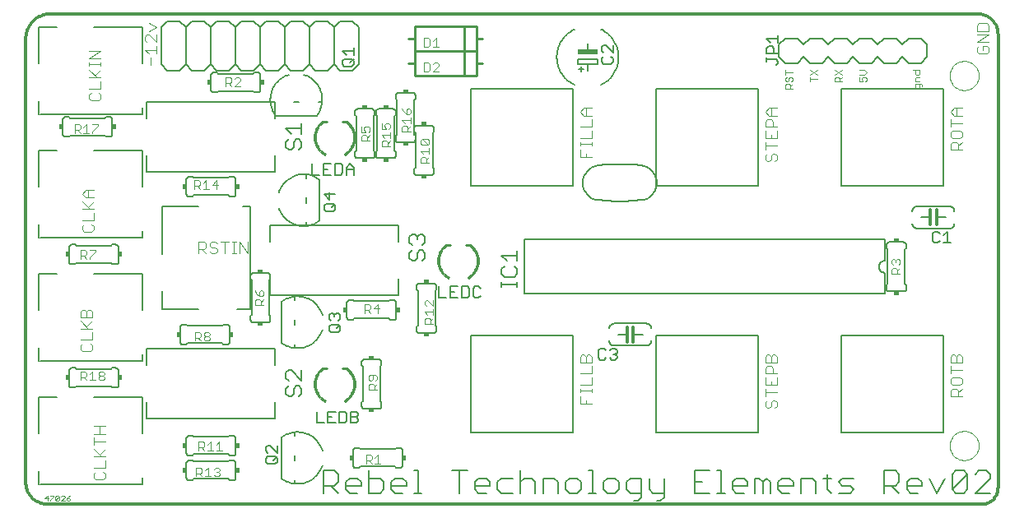
<source format=gto>
G75*
G70*
%OFA0B0*%
%FSLAX24Y24*%
%IPPOS*%
%LPD*%
%AMOC8*
5,1,8,0,0,1.08239X$1,22.5*
%
%ADD10C,0.0120*%
%ADD11C,0.0000*%
%ADD12C,0.0080*%
%ADD13C,0.0040*%
%ADD14C,0.0020*%
%ADD15C,0.0060*%
%ADD16C,0.0070*%
%ADD17C,0.0050*%
%ADD18R,0.0150X0.0200*%
%ADD19R,0.0200X0.0150*%
%ADD20C,0.0100*%
%ADD21C,0.0030*%
%ADD22C,0.0010*%
%ADD23R,0.0800X0.0200*%
D10*
X002055Y000305D02*
X039905Y000305D01*
X039954Y000308D01*
X040003Y000315D01*
X040051Y000325D01*
X040099Y000339D01*
X040145Y000356D01*
X040190Y000377D01*
X040233Y000401D01*
X040274Y000428D01*
X040313Y000458D01*
X040350Y000492D01*
X040384Y000527D01*
X040415Y000565D01*
X040444Y000606D01*
X040469Y000648D01*
X040491Y000692D01*
X040510Y000738D01*
X040525Y000785D01*
X040537Y000833D01*
X040545Y000881D01*
X040549Y000931D01*
X040550Y000980D01*
X040550Y019355D01*
X040549Y019410D01*
X040544Y019465D01*
X040536Y019520D01*
X040524Y019574D01*
X040508Y019627D01*
X040489Y019679D01*
X040466Y019729D01*
X040440Y019778D01*
X040410Y019825D01*
X040378Y019869D01*
X040342Y019912D01*
X040304Y019952D01*
X040263Y019989D01*
X040219Y020023D01*
X040174Y020054D01*
X040126Y020082D01*
X040076Y020107D01*
X040025Y020128D01*
X039973Y020146D01*
X039919Y020160D01*
X039865Y020170D01*
X039810Y020177D01*
X039755Y020180D01*
X002180Y020180D01*
X002120Y020178D01*
X002059Y020173D01*
X002000Y020164D01*
X001941Y020151D01*
X001882Y020135D01*
X001825Y020115D01*
X001770Y020092D01*
X001715Y020065D01*
X001663Y020036D01*
X001612Y020003D01*
X001563Y019967D01*
X001517Y019929D01*
X001473Y019887D01*
X001431Y019843D01*
X001393Y019797D01*
X001357Y019748D01*
X001324Y019697D01*
X001295Y019645D01*
X001268Y019590D01*
X001245Y019535D01*
X001225Y019478D01*
X001209Y019419D01*
X001196Y019360D01*
X001187Y019301D01*
X001182Y019240D01*
X001180Y019180D01*
X001180Y001180D01*
X001182Y001123D01*
X001187Y001066D01*
X001197Y001009D01*
X001210Y000954D01*
X001226Y000899D01*
X001247Y000845D01*
X001270Y000793D01*
X001297Y000743D01*
X001327Y000694D01*
X001361Y000647D01*
X001397Y000603D01*
X001436Y000561D01*
X001478Y000522D01*
X001522Y000486D01*
X001569Y000452D01*
X001617Y000422D01*
X001668Y000395D01*
X001720Y000372D01*
X001774Y000351D01*
X001829Y000335D01*
X001884Y000322D01*
X001941Y000312D01*
X001998Y000307D01*
X002055Y000305D01*
X025525Y006880D02*
X025525Y007180D01*
X025525Y007480D01*
X025775Y007480D02*
X025775Y007180D01*
X025775Y006880D01*
X037800Y011630D02*
X037800Y011930D01*
X037800Y012230D01*
X038050Y012230D02*
X038050Y011930D01*
X038050Y011630D01*
D11*
X038589Y017680D02*
X038591Y017728D01*
X038597Y017776D01*
X038607Y017823D01*
X038620Y017869D01*
X038638Y017914D01*
X038658Y017958D01*
X038683Y018000D01*
X038711Y018039D01*
X038741Y018076D01*
X038775Y018110D01*
X038812Y018142D01*
X038850Y018171D01*
X038891Y018196D01*
X038934Y018218D01*
X038979Y018236D01*
X039025Y018250D01*
X039072Y018261D01*
X039120Y018268D01*
X039168Y018271D01*
X039216Y018270D01*
X039264Y018265D01*
X039312Y018256D01*
X039358Y018244D01*
X039403Y018227D01*
X039447Y018207D01*
X039489Y018184D01*
X039529Y018157D01*
X039567Y018127D01*
X039602Y018094D01*
X039634Y018058D01*
X039664Y018020D01*
X039690Y017979D01*
X039712Y017936D01*
X039732Y017892D01*
X039747Y017847D01*
X039759Y017800D01*
X039767Y017752D01*
X039771Y017704D01*
X039771Y017656D01*
X039767Y017608D01*
X039759Y017560D01*
X039747Y017513D01*
X039732Y017468D01*
X039712Y017424D01*
X039690Y017381D01*
X039664Y017340D01*
X039634Y017302D01*
X039602Y017266D01*
X039567Y017233D01*
X039529Y017203D01*
X039489Y017176D01*
X039447Y017153D01*
X039403Y017133D01*
X039358Y017116D01*
X039312Y017104D01*
X039264Y017095D01*
X039216Y017090D01*
X039168Y017089D01*
X039120Y017092D01*
X039072Y017099D01*
X039025Y017110D01*
X038979Y017124D01*
X038934Y017142D01*
X038891Y017164D01*
X038850Y017189D01*
X038812Y017218D01*
X038775Y017250D01*
X038741Y017284D01*
X038711Y017321D01*
X038683Y017360D01*
X038658Y017402D01*
X038638Y017446D01*
X038620Y017491D01*
X038607Y017537D01*
X038597Y017584D01*
X038591Y017632D01*
X038589Y017680D01*
X038589Y002680D02*
X038591Y002728D01*
X038597Y002776D01*
X038607Y002823D01*
X038620Y002869D01*
X038638Y002914D01*
X038658Y002958D01*
X038683Y003000D01*
X038711Y003039D01*
X038741Y003076D01*
X038775Y003110D01*
X038812Y003142D01*
X038850Y003171D01*
X038891Y003196D01*
X038934Y003218D01*
X038979Y003236D01*
X039025Y003250D01*
X039072Y003261D01*
X039120Y003268D01*
X039168Y003271D01*
X039216Y003270D01*
X039264Y003265D01*
X039312Y003256D01*
X039358Y003244D01*
X039403Y003227D01*
X039447Y003207D01*
X039489Y003184D01*
X039529Y003157D01*
X039567Y003127D01*
X039602Y003094D01*
X039634Y003058D01*
X039664Y003020D01*
X039690Y002979D01*
X039712Y002936D01*
X039732Y002892D01*
X039747Y002847D01*
X039759Y002800D01*
X039767Y002752D01*
X039771Y002704D01*
X039771Y002656D01*
X039767Y002608D01*
X039759Y002560D01*
X039747Y002513D01*
X039732Y002468D01*
X039712Y002424D01*
X039690Y002381D01*
X039664Y002340D01*
X039634Y002302D01*
X039602Y002266D01*
X039567Y002233D01*
X039529Y002203D01*
X039489Y002176D01*
X039447Y002153D01*
X039403Y002133D01*
X039358Y002116D01*
X039312Y002104D01*
X039264Y002095D01*
X039216Y002090D01*
X039168Y002089D01*
X039120Y002092D01*
X039072Y002099D01*
X039025Y002110D01*
X038979Y002124D01*
X038934Y002142D01*
X038891Y002164D01*
X038850Y002189D01*
X038812Y002218D01*
X038775Y002250D01*
X038741Y002284D01*
X038711Y002321D01*
X038683Y002360D01*
X038658Y002402D01*
X038638Y002446D01*
X038620Y002491D01*
X038607Y002537D01*
X038597Y002584D01*
X038591Y002632D01*
X038589Y002680D01*
D12*
X038345Y003211D02*
X038345Y007149D01*
X034211Y007149D02*
X034211Y003211D01*
X035933Y001666D02*
X036393Y001666D01*
X036547Y001512D01*
X036547Y001205D01*
X036393Y001052D01*
X035933Y001052D01*
X036240Y001052D02*
X036547Y000745D01*
X036854Y000898D02*
X036854Y001205D01*
X037007Y001359D01*
X037314Y001359D01*
X037467Y001205D01*
X037467Y001052D01*
X036854Y001052D01*
X036854Y000898D02*
X037007Y000745D01*
X037314Y000745D01*
X038081Y000745D02*
X038388Y001359D01*
X038695Y001512D02*
X038849Y001666D01*
X039155Y001666D01*
X039309Y001512D01*
X038695Y000898D01*
X038849Y000745D01*
X039155Y000745D01*
X039309Y000898D01*
X039309Y001512D01*
X039616Y001512D02*
X039769Y001666D01*
X040076Y001666D01*
X040230Y001512D01*
X040230Y001359D01*
X039616Y000745D01*
X040230Y000745D01*
X038695Y000898D02*
X038695Y001512D01*
X037774Y001359D02*
X038081Y000745D01*
X035933Y000745D02*
X035933Y001666D01*
X034705Y001359D02*
X034245Y001359D01*
X034091Y001205D01*
X034245Y001052D01*
X034552Y001052D01*
X034705Y000898D01*
X034552Y000745D01*
X034091Y000745D01*
X033784Y000745D02*
X033631Y000898D01*
X033631Y001512D01*
X033784Y001359D02*
X033477Y001359D01*
X033170Y001205D02*
X033170Y000745D01*
X033170Y001205D02*
X033017Y001359D01*
X032557Y001359D01*
X032557Y000745D01*
X032096Y000745D02*
X031789Y000745D01*
X031636Y000898D01*
X031636Y001205D01*
X031789Y001359D01*
X032096Y001359D01*
X032250Y001205D01*
X032250Y001052D01*
X031636Y001052D01*
X031329Y001205D02*
X031175Y001359D01*
X031022Y001205D01*
X031022Y000745D01*
X031329Y000745D02*
X031329Y001205D01*
X031022Y001205D02*
X030868Y001359D01*
X030715Y001359D01*
X030715Y000745D01*
X030255Y000745D02*
X029948Y000745D01*
X029794Y000898D01*
X029794Y001205D01*
X029948Y001359D01*
X030255Y001359D01*
X030408Y001205D01*
X030408Y001052D01*
X029794Y001052D01*
X029487Y000745D02*
X029180Y000745D01*
X029334Y000745D02*
X029334Y001666D01*
X029180Y001666D01*
X028873Y001666D02*
X028260Y001666D01*
X028260Y000745D01*
X028873Y000745D01*
X028566Y001205D02*
X028260Y001205D01*
X027032Y001359D02*
X027032Y000592D01*
X026878Y000438D01*
X026725Y000438D01*
X026571Y000745D02*
X027032Y000745D01*
X026571Y000745D02*
X026418Y000898D01*
X026418Y001359D01*
X026111Y001359D02*
X025651Y001359D01*
X025497Y001205D01*
X025497Y000898D01*
X025651Y000745D01*
X026111Y000745D01*
X026111Y000592D02*
X026111Y001359D01*
X025190Y001205D02*
X025190Y000898D01*
X025037Y000745D01*
X024730Y000745D01*
X024576Y000898D01*
X024576Y001205D01*
X024730Y001359D01*
X025037Y001359D01*
X025190Y001205D01*
X024269Y000745D02*
X023963Y000745D01*
X024116Y000745D02*
X024116Y001666D01*
X023963Y001666D01*
X023656Y001205D02*
X023502Y001359D01*
X023195Y001359D01*
X023042Y001205D01*
X023042Y000898D01*
X023195Y000745D01*
X023502Y000745D01*
X023656Y000898D01*
X023656Y001205D01*
X022735Y001205D02*
X022735Y000745D01*
X022121Y000745D02*
X022121Y001359D01*
X022581Y001359D01*
X022735Y001205D01*
X021814Y001205D02*
X021814Y000745D01*
X021200Y000745D02*
X021200Y001666D01*
X021354Y001359D02*
X021661Y001359D01*
X021814Y001205D01*
X021354Y001359D02*
X021200Y001205D01*
X020893Y001359D02*
X020433Y001359D01*
X020279Y001205D01*
X020279Y000898D01*
X020433Y000745D01*
X020893Y000745D01*
X019972Y001052D02*
X019359Y001052D01*
X019359Y001205D02*
X019512Y001359D01*
X019819Y001359D01*
X019972Y001205D01*
X019972Y001052D01*
X019819Y000745D02*
X019512Y000745D01*
X019359Y000898D01*
X019359Y001205D01*
X018745Y000745D02*
X018745Y001666D01*
X018438Y001666D02*
X019052Y001666D01*
X017057Y001666D02*
X017057Y000745D01*
X017210Y000745D02*
X016903Y000745D01*
X016443Y000745D02*
X016136Y000745D01*
X015982Y000898D01*
X015982Y001205D01*
X016136Y001359D01*
X016443Y001359D01*
X016596Y001205D01*
X016596Y001052D01*
X015982Y001052D01*
X015675Y001205D02*
X015522Y001359D01*
X015062Y001359D01*
X014755Y001205D02*
X014755Y001052D01*
X014141Y001052D01*
X014141Y001205D02*
X014294Y001359D01*
X014601Y001359D01*
X014755Y001205D01*
X014141Y001205D02*
X014141Y000898D01*
X014294Y000745D01*
X014601Y000745D01*
X015062Y000745D02*
X015522Y000745D01*
X015675Y000898D01*
X015675Y001205D01*
X015062Y000745D02*
X015062Y001666D01*
X013834Y001512D02*
X013834Y001205D01*
X013680Y001052D01*
X013220Y001052D01*
X013527Y001052D02*
X013834Y000745D01*
X013220Y000745D02*
X013220Y001666D01*
X013680Y001666D01*
X013834Y001512D01*
X016903Y001666D02*
X017057Y001666D01*
X019211Y003211D02*
X019211Y007149D01*
X016278Y008763D02*
X016278Y009430D01*
X016278Y008763D02*
X011082Y008763D01*
X011082Y009430D01*
X010255Y008251D02*
X010255Y012385D01*
X011082Y011597D02*
X011082Y010930D01*
X011082Y011597D02*
X016278Y011597D01*
X016278Y010930D01*
X019211Y013211D02*
X019211Y017149D01*
X023345Y017149D02*
X023345Y013211D01*
X024330Y012630D02*
X024278Y012640D01*
X024227Y012654D01*
X024177Y012672D01*
X024129Y012693D01*
X024082Y012718D01*
X024038Y012746D01*
X023995Y012778D01*
X023955Y012812D01*
X023918Y012850D01*
X023884Y012890D01*
X023852Y012932D01*
X023824Y012977D01*
X023800Y013024D01*
X023779Y013072D01*
X023761Y013122D01*
X023748Y013173D01*
X023738Y013225D01*
X023732Y013277D01*
X023730Y013330D01*
X023732Y013383D01*
X023738Y013435D01*
X023748Y013487D01*
X023761Y013538D01*
X023779Y013588D01*
X023800Y013636D01*
X023824Y013683D01*
X023852Y013728D01*
X023884Y013770D01*
X023918Y013810D01*
X023955Y013848D01*
X023995Y013882D01*
X024038Y013914D01*
X024082Y013942D01*
X024129Y013967D01*
X024177Y013988D01*
X024227Y014006D01*
X024278Y014020D01*
X024330Y014030D01*
X026130Y014030D02*
X026182Y014020D01*
X026233Y014006D01*
X026283Y013988D01*
X026331Y013967D01*
X026378Y013942D01*
X026422Y013914D01*
X026465Y013882D01*
X026505Y013848D01*
X026542Y013810D01*
X026576Y013770D01*
X026608Y013728D01*
X026636Y013683D01*
X026660Y013636D01*
X026681Y013588D01*
X026699Y013538D01*
X026712Y013487D01*
X026722Y013435D01*
X026728Y013383D01*
X026730Y013330D01*
X026728Y013277D01*
X026722Y013225D01*
X026712Y013173D01*
X026699Y013122D01*
X026681Y013072D01*
X026660Y013024D01*
X026636Y012977D01*
X026608Y012932D01*
X026576Y012890D01*
X026542Y012850D01*
X026505Y012812D01*
X026465Y012778D01*
X026422Y012746D01*
X026378Y012718D01*
X026331Y012693D01*
X026283Y012672D01*
X026233Y012654D01*
X026182Y012640D01*
X026130Y012630D01*
X026711Y013211D02*
X026711Y017149D01*
X030845Y017149D02*
X030845Y013211D01*
X034211Y013211D02*
X034211Y017149D01*
X034430Y018180D02*
X033930Y018180D01*
X033680Y018430D01*
X033430Y018180D01*
X032930Y018180D01*
X032680Y018430D01*
X032430Y018180D01*
X031930Y018180D01*
X031680Y018430D01*
X031680Y018930D01*
X031930Y019180D01*
X032430Y019180D01*
X032680Y018930D01*
X032930Y019180D01*
X033430Y019180D01*
X033680Y018930D01*
X033930Y019180D01*
X034430Y019180D01*
X034680Y018930D01*
X034930Y019180D01*
X035430Y019180D01*
X035680Y018930D01*
X035930Y019180D01*
X036430Y019180D01*
X036680Y018930D01*
X036930Y019180D01*
X037430Y019180D01*
X037680Y018930D01*
X037680Y018430D01*
X037430Y018180D01*
X036930Y018180D01*
X036680Y018430D01*
X036430Y018180D01*
X035930Y018180D01*
X035680Y018430D01*
X035430Y018180D01*
X034930Y018180D01*
X034680Y018430D01*
X034430Y018180D01*
X038345Y017149D02*
X038345Y013211D01*
X030845Y007149D02*
X030845Y003211D01*
X026711Y003211D02*
X026711Y007149D01*
X026130Y014030D02*
X025771Y014062D01*
X025410Y014078D01*
X025050Y014078D01*
X024689Y014062D01*
X024330Y014030D01*
X024330Y012630D02*
X024689Y012598D01*
X025050Y012582D01*
X025410Y012582D01*
X025771Y012598D01*
X026130Y012630D01*
X023345Y007149D02*
X023345Y003211D01*
X025804Y000438D02*
X025958Y000438D01*
X026111Y000592D01*
X011278Y003763D02*
X011278Y004430D01*
X011278Y003763D02*
X006082Y003763D01*
X006082Y004430D01*
X006082Y005930D02*
X006082Y006597D01*
X011278Y006597D01*
X011278Y005930D01*
X005885Y006105D02*
X001751Y006105D01*
X001751Y001105D02*
X005885Y001105D01*
X005885Y011105D02*
X001751Y011105D01*
X006082Y013763D02*
X006082Y014430D01*
X006082Y013763D02*
X011278Y013763D01*
X011278Y014430D01*
X011278Y015930D02*
X011278Y016597D01*
X006082Y016597D01*
X006082Y015930D01*
X005885Y016105D02*
X001751Y016105D01*
D13*
X003150Y015710D02*
X003325Y015710D01*
X003384Y015652D01*
X003384Y015535D01*
X003325Y015477D01*
X003150Y015477D01*
X003267Y015477D02*
X003384Y015360D01*
X003509Y015360D02*
X003743Y015360D01*
X003626Y015360D02*
X003626Y015710D01*
X003509Y015594D01*
X003150Y015710D02*
X003150Y015360D01*
X003868Y015360D02*
X003868Y015418D01*
X004102Y015652D01*
X004102Y015710D01*
X003868Y015710D01*
X003820Y016681D02*
X004127Y016681D01*
X004204Y016758D01*
X004204Y016912D01*
X004127Y016988D01*
X004204Y017142D02*
X003744Y017142D01*
X003820Y016988D02*
X003744Y016912D01*
X003744Y016758D01*
X003820Y016681D01*
X004204Y017142D02*
X004204Y017449D01*
X004204Y017602D02*
X003744Y017602D01*
X003974Y017679D02*
X004204Y017909D01*
X004204Y018063D02*
X004204Y018216D01*
X004204Y018139D02*
X003744Y018139D01*
X003744Y018063D02*
X003744Y018216D01*
X003744Y018370D02*
X004204Y018677D01*
X003744Y018677D01*
X003744Y018370D02*
X004204Y018370D01*
X003744Y017909D02*
X004051Y017602D01*
X006230Y018108D02*
X006230Y018415D01*
X006153Y018569D02*
X006000Y018722D01*
X006460Y018722D01*
X006460Y018569D02*
X006460Y018876D01*
X006460Y019029D02*
X006153Y019336D01*
X006076Y019336D01*
X006000Y019259D01*
X006000Y019106D01*
X006076Y019029D01*
X006460Y019029D02*
X006460Y019336D01*
X006460Y019643D02*
X006153Y019490D01*
X006153Y019797D02*
X006460Y019643D01*
X009275Y017610D02*
X009450Y017610D01*
X009509Y017552D01*
X009509Y017435D01*
X009450Y017377D01*
X009275Y017377D01*
X009392Y017377D02*
X009509Y017260D01*
X009634Y017260D02*
X009868Y017494D01*
X009868Y017552D01*
X009809Y017610D01*
X009692Y017610D01*
X009634Y017552D01*
X009275Y017610D02*
X009275Y017260D01*
X009634Y017260D02*
X009868Y017260D01*
X014760Y015624D02*
X014760Y015391D01*
X014935Y015391D01*
X014876Y015508D01*
X014876Y015566D01*
X014935Y015624D01*
X015052Y015624D01*
X015110Y015566D01*
X015110Y015449D01*
X015052Y015391D01*
X015110Y015265D02*
X014993Y015149D01*
X014993Y015207D02*
X014993Y015032D01*
X015110Y015032D02*
X014760Y015032D01*
X014760Y015207D01*
X014818Y015265D01*
X014935Y015265D01*
X014993Y015207D01*
X015585Y015274D02*
X015935Y015274D01*
X015935Y015390D02*
X015935Y015157D01*
X015935Y015031D02*
X015818Y014914D01*
X015818Y014973D02*
X015818Y014798D01*
X015935Y014798D02*
X015585Y014798D01*
X015585Y014973D01*
X015643Y015031D01*
X015760Y015031D01*
X015818Y014973D01*
X015701Y015157D02*
X015585Y015274D01*
X015585Y015516D02*
X015760Y015516D01*
X015701Y015633D01*
X015701Y015691D01*
X015760Y015749D01*
X015877Y015749D01*
X015935Y015691D01*
X015935Y015574D01*
X015877Y015516D01*
X015585Y015516D02*
X015585Y015749D01*
X016410Y015874D02*
X016760Y015874D01*
X016760Y015990D02*
X016760Y015757D01*
X016760Y015631D02*
X016643Y015514D01*
X016643Y015573D02*
X016643Y015398D01*
X016760Y015398D02*
X016410Y015398D01*
X016410Y015573D01*
X016468Y015631D01*
X016585Y015631D01*
X016643Y015573D01*
X016526Y015757D02*
X016410Y015874D01*
X016585Y016116D02*
X016468Y016233D01*
X016410Y016349D01*
X016585Y016291D02*
X016585Y016116D01*
X016702Y016116D01*
X016760Y016174D01*
X016760Y016291D01*
X016702Y016349D01*
X016643Y016349D01*
X016585Y016291D01*
X017218Y015099D02*
X017452Y014866D01*
X017510Y014924D01*
X017510Y015041D01*
X017452Y015099D01*
X017218Y015099D01*
X017160Y015041D01*
X017160Y014924D01*
X017218Y014866D01*
X017452Y014866D01*
X017510Y014740D02*
X017510Y014507D01*
X017510Y014624D02*
X017160Y014624D01*
X017276Y014507D01*
X017218Y014381D02*
X017335Y014381D01*
X017393Y014323D01*
X017393Y014148D01*
X017393Y014264D02*
X017510Y014381D01*
X017510Y014148D02*
X017160Y014148D01*
X017160Y014323D01*
X017218Y014381D01*
X023625Y014370D02*
X023625Y014677D01*
X023625Y014831D02*
X023625Y014984D01*
X023625Y014908D02*
X024085Y014908D01*
X024085Y014984D02*
X024085Y014831D01*
X023855Y014524D02*
X023855Y014370D01*
X024085Y014370D02*
X023625Y014370D01*
X023625Y015138D02*
X024085Y015138D01*
X024085Y015445D01*
X024085Y015598D02*
X023625Y015598D01*
X024085Y015598D02*
X024085Y015905D01*
X024085Y016059D02*
X023778Y016059D01*
X023625Y016212D01*
X023778Y016365D01*
X024085Y016365D01*
X023855Y016365D02*
X023855Y016059D01*
X031125Y016212D02*
X031278Y016059D01*
X031585Y016059D01*
X031355Y016059D02*
X031355Y016365D01*
X031278Y016365D02*
X031585Y016365D01*
X031278Y016365D02*
X031125Y016212D01*
X031202Y015905D02*
X031355Y015905D01*
X031432Y015828D01*
X031432Y015598D01*
X031585Y015598D02*
X031125Y015598D01*
X031125Y015828D01*
X031202Y015905D01*
X031125Y015445D02*
X031125Y015138D01*
X031585Y015138D01*
X031585Y015445D01*
X031355Y015291D02*
X031355Y015138D01*
X031125Y014984D02*
X031125Y014677D01*
X031125Y014831D02*
X031585Y014831D01*
X031508Y014524D02*
X031585Y014447D01*
X031585Y014294D01*
X031508Y014217D01*
X031355Y014294D02*
X031355Y014447D01*
X031432Y014524D01*
X031508Y014524D01*
X031355Y014294D02*
X031278Y014217D01*
X031202Y014217D01*
X031125Y014294D01*
X031125Y014447D01*
X031202Y014524D01*
X038625Y014677D02*
X038625Y014908D01*
X038702Y014984D01*
X038855Y014984D01*
X038932Y014908D01*
X038932Y014677D01*
X039085Y014677D02*
X038625Y014677D01*
X038932Y014831D02*
X039085Y014984D01*
X039008Y015138D02*
X038702Y015138D01*
X038625Y015214D01*
X038625Y015368D01*
X038702Y015445D01*
X039008Y015445D01*
X039085Y015368D01*
X039085Y015214D01*
X039008Y015138D01*
X038625Y015598D02*
X038625Y015905D01*
X038625Y015752D02*
X039085Y015752D01*
X039085Y016059D02*
X038778Y016059D01*
X038625Y016212D01*
X038778Y016365D01*
X039085Y016365D01*
X038855Y016365D02*
X038855Y016059D01*
X039776Y018569D02*
X040083Y018569D01*
X040160Y018646D01*
X040160Y018799D01*
X040083Y018876D01*
X039930Y018876D01*
X039930Y018722D01*
X039776Y018569D02*
X039700Y018646D01*
X039700Y018799D01*
X039776Y018876D01*
X039700Y019029D02*
X040160Y019336D01*
X039700Y019336D01*
X039700Y019490D02*
X039700Y019720D01*
X039776Y019797D01*
X040083Y019797D01*
X040160Y019720D01*
X040160Y019490D01*
X039700Y019490D01*
X039700Y019029D02*
X040160Y019029D01*
X036517Y010243D02*
X036575Y010184D01*
X036575Y010067D01*
X036517Y010009D01*
X036575Y009884D02*
X036458Y009767D01*
X036458Y009825D02*
X036458Y009650D01*
X036575Y009650D02*
X036225Y009650D01*
X036225Y009825D01*
X036283Y009884D01*
X036400Y009884D01*
X036458Y009825D01*
X036283Y010009D02*
X036225Y010067D01*
X036225Y010184D01*
X036283Y010243D01*
X036341Y010243D01*
X036400Y010184D01*
X036458Y010243D01*
X036517Y010243D01*
X036400Y010184D02*
X036400Y010126D01*
X038702Y006365D02*
X038778Y006365D01*
X038855Y006289D01*
X038855Y006059D01*
X038855Y006289D02*
X038932Y006365D01*
X039008Y006365D01*
X039085Y006289D01*
X039085Y006059D01*
X038625Y006059D01*
X038625Y006289D01*
X038702Y006365D01*
X038625Y005905D02*
X038625Y005598D01*
X038625Y005752D02*
X039085Y005752D01*
X039008Y005445D02*
X038702Y005445D01*
X038625Y005368D01*
X038625Y005214D01*
X038702Y005138D01*
X039008Y005138D01*
X039085Y005214D01*
X039085Y005368D01*
X039008Y005445D01*
X039085Y004984D02*
X038932Y004831D01*
X038932Y004908D02*
X038932Y004677D01*
X039085Y004677D02*
X038625Y004677D01*
X038625Y004908D01*
X038702Y004984D01*
X038855Y004984D01*
X038932Y004908D01*
X031585Y004831D02*
X031125Y004831D01*
X031125Y004984D02*
X031125Y004677D01*
X031202Y004524D02*
X031125Y004447D01*
X031125Y004294D01*
X031202Y004217D01*
X031278Y004217D01*
X031355Y004294D01*
X031355Y004447D01*
X031432Y004524D01*
X031508Y004524D01*
X031585Y004447D01*
X031585Y004294D01*
X031508Y004217D01*
X031585Y005138D02*
X031125Y005138D01*
X031125Y005445D01*
X031125Y005598D02*
X031125Y005828D01*
X031202Y005905D01*
X031355Y005905D01*
X031432Y005828D01*
X031432Y005598D01*
X031585Y005598D02*
X031125Y005598D01*
X031585Y005445D02*
X031585Y005138D01*
X031355Y005138D02*
X031355Y005291D01*
X031355Y006059D02*
X031355Y006289D01*
X031432Y006365D01*
X031508Y006365D01*
X031585Y006289D01*
X031585Y006059D01*
X031125Y006059D01*
X031125Y006289D01*
X031202Y006365D01*
X031278Y006365D01*
X031355Y006289D01*
X024085Y006289D02*
X024085Y006059D01*
X023625Y006059D01*
X023625Y006289D01*
X023702Y006365D01*
X023778Y006365D01*
X023855Y006289D01*
X023855Y006059D01*
X023855Y006289D02*
X023932Y006365D01*
X024008Y006365D01*
X024085Y006289D01*
X024085Y005905D02*
X024085Y005598D01*
X023625Y005598D01*
X024085Y005445D02*
X024085Y005138D01*
X023625Y005138D01*
X023625Y004984D02*
X023625Y004831D01*
X023625Y004908D02*
X024085Y004908D01*
X024085Y004984D02*
X024085Y004831D01*
X023855Y004524D02*
X023855Y004370D01*
X024085Y004370D02*
X023625Y004370D01*
X023625Y004677D01*
X017675Y007625D02*
X017325Y007625D01*
X017325Y007800D01*
X017383Y007859D01*
X017500Y007859D01*
X017558Y007800D01*
X017558Y007625D01*
X017558Y007742D02*
X017675Y007859D01*
X017675Y007984D02*
X017675Y008218D01*
X017675Y008101D02*
X017325Y008101D01*
X017441Y007984D01*
X017383Y008343D02*
X017325Y008402D01*
X017325Y008518D01*
X017383Y008577D01*
X017441Y008577D01*
X017675Y008343D01*
X017675Y008577D01*
X015493Y008235D02*
X015259Y008235D01*
X015434Y008410D01*
X015434Y008060D01*
X015134Y008060D02*
X015017Y008177D01*
X015075Y008177D02*
X014900Y008177D01*
X014900Y008060D02*
X014900Y008410D01*
X015075Y008410D01*
X015134Y008352D01*
X015134Y008235D01*
X015075Y008177D01*
X010800Y008375D02*
X010450Y008375D01*
X010450Y008550D01*
X010508Y008609D01*
X010625Y008609D01*
X010683Y008550D01*
X010683Y008375D01*
X010683Y008492D02*
X010800Y008609D01*
X010742Y008734D02*
X010800Y008792D01*
X010800Y008909D01*
X010742Y008968D01*
X010683Y008968D01*
X010625Y008909D01*
X010625Y008734D01*
X010742Y008734D01*
X010625Y008734D02*
X010508Y008851D01*
X010450Y008968D01*
X010152Y010481D02*
X010152Y010941D01*
X009845Y010941D02*
X010152Y010481D01*
X009845Y010481D02*
X009845Y010941D01*
X009691Y010941D02*
X009538Y010941D01*
X009614Y010941D02*
X009614Y010481D01*
X009538Y010481D02*
X009691Y010481D01*
X009231Y010481D02*
X009231Y010941D01*
X009384Y010941D02*
X009077Y010941D01*
X008924Y010865D02*
X008847Y010941D01*
X008694Y010941D01*
X008617Y010865D01*
X008617Y010788D01*
X008694Y010711D01*
X008847Y010711D01*
X008924Y010634D01*
X008924Y010558D01*
X008847Y010481D01*
X008694Y010481D01*
X008617Y010558D01*
X008463Y010481D02*
X008310Y010634D01*
X008387Y010634D02*
X008156Y010634D01*
X008156Y010481D02*
X008156Y010941D01*
X008387Y010941D01*
X008463Y010865D01*
X008463Y010711D01*
X008387Y010634D01*
X003993Y010610D02*
X003993Y010552D01*
X003759Y010318D01*
X003759Y010260D01*
X003634Y010260D02*
X003517Y010377D01*
X003575Y010377D02*
X003400Y010377D01*
X003400Y010260D02*
X003400Y010610D01*
X003575Y010610D01*
X003634Y010552D01*
X003634Y010435D01*
X003575Y010377D01*
X003759Y010610D02*
X003993Y010610D01*
X003839Y011352D02*
X003532Y011352D01*
X003456Y011429D01*
X003456Y011582D01*
X003532Y011659D01*
X003456Y011812D02*
X003916Y011812D01*
X003916Y012119D01*
X003916Y012273D02*
X003456Y012273D01*
X003686Y012349D02*
X003916Y012580D01*
X003916Y012733D02*
X003609Y012733D01*
X003456Y012887D01*
X003609Y013040D01*
X003916Y013040D01*
X003686Y013040D02*
X003686Y012733D01*
X003456Y012580D02*
X003762Y012273D01*
X003839Y011659D02*
X003916Y011582D01*
X003916Y011429D01*
X003839Y011352D01*
X008000Y013085D02*
X008000Y013435D01*
X008175Y013435D01*
X008234Y013377D01*
X008234Y013260D01*
X008175Y013202D01*
X008000Y013202D01*
X008117Y013202D02*
X008234Y013085D01*
X008359Y013085D02*
X008593Y013085D01*
X008476Y013085D02*
X008476Y013435D01*
X008359Y013319D01*
X008718Y013260D02*
X008952Y013260D01*
X008893Y013085D02*
X008893Y013435D01*
X008718Y013260D01*
X003789Y008190D02*
X003866Y008113D01*
X003866Y007883D01*
X003406Y007883D01*
X003406Y008113D01*
X003482Y008190D01*
X003559Y008190D01*
X003636Y008113D01*
X003636Y007883D01*
X003636Y008113D02*
X003712Y008190D01*
X003789Y008190D01*
X003866Y007730D02*
X003636Y007499D01*
X003712Y007423D02*
X003406Y007730D01*
X003406Y007423D02*
X003866Y007423D01*
X003866Y007269D02*
X003866Y006962D01*
X003406Y006962D01*
X003482Y006809D02*
X003406Y006732D01*
X003406Y006579D01*
X003482Y006502D01*
X003789Y006502D01*
X003866Y006579D01*
X003866Y006732D01*
X003789Y006809D01*
X003876Y005685D02*
X003759Y005569D01*
X003634Y005627D02*
X003634Y005510D01*
X003575Y005452D01*
X003400Y005452D01*
X003517Y005452D02*
X003634Y005335D01*
X003759Y005335D02*
X003993Y005335D01*
X003876Y005335D02*
X003876Y005685D01*
X004118Y005627D02*
X004118Y005569D01*
X004177Y005510D01*
X004293Y005510D01*
X004352Y005452D01*
X004352Y005393D01*
X004293Y005335D01*
X004177Y005335D01*
X004118Y005393D01*
X004118Y005452D01*
X004177Y005510D01*
X004293Y005510D02*
X004352Y005569D01*
X004352Y005627D01*
X004293Y005685D01*
X004177Y005685D01*
X004118Y005627D01*
X003634Y005627D02*
X003575Y005685D01*
X003400Y005685D01*
X003400Y005335D01*
X003931Y003465D02*
X004391Y003465D01*
X004161Y003465D02*
X004161Y003158D01*
X004391Y003158D02*
X003931Y003158D01*
X003931Y003005D02*
X003931Y002698D01*
X003931Y002851D02*
X004391Y002851D01*
X004391Y002544D02*
X004161Y002314D01*
X004237Y002237D02*
X003931Y002544D01*
X003931Y002237D02*
X004391Y002237D01*
X004391Y002084D02*
X004391Y001777D01*
X003931Y001777D01*
X004007Y001623D02*
X003931Y001547D01*
X003931Y001393D01*
X004007Y001317D01*
X004314Y001317D01*
X004391Y001393D01*
X004391Y001547D01*
X004314Y001623D01*
X008075Y001552D02*
X008250Y001552D01*
X008309Y001610D01*
X008309Y001727D01*
X008250Y001785D01*
X008075Y001785D01*
X008075Y001435D01*
X008192Y001552D02*
X008309Y001435D01*
X008434Y001435D02*
X008668Y001435D01*
X008551Y001435D02*
X008551Y001785D01*
X008434Y001669D01*
X008793Y001727D02*
X008852Y001785D01*
X008968Y001785D01*
X009027Y001727D01*
X009027Y001669D01*
X008968Y001610D01*
X009027Y001552D01*
X009027Y001493D01*
X008968Y001435D01*
X008852Y001435D01*
X008793Y001493D01*
X008910Y001610D02*
X008968Y001610D01*
X009010Y002485D02*
X009010Y002835D01*
X008893Y002719D01*
X008893Y002485D02*
X009127Y002485D01*
X008768Y002485D02*
X008534Y002485D01*
X008651Y002485D02*
X008651Y002835D01*
X008534Y002719D01*
X008409Y002777D02*
X008409Y002660D01*
X008350Y002602D01*
X008175Y002602D01*
X008292Y002602D02*
X008409Y002485D01*
X008175Y002485D02*
X008175Y002835D01*
X008350Y002835D01*
X008409Y002777D01*
X014950Y002310D02*
X014950Y001960D01*
X014950Y002077D02*
X015125Y002077D01*
X015184Y002135D01*
X015184Y002252D01*
X015125Y002310D01*
X014950Y002310D01*
X015067Y002077D02*
X015184Y001960D01*
X015309Y001960D02*
X015543Y001960D01*
X015426Y001960D02*
X015426Y002310D01*
X015309Y002194D01*
X015283Y004950D02*
X015283Y005125D01*
X015225Y005184D01*
X015108Y005184D01*
X015050Y005125D01*
X015050Y004950D01*
X015400Y004950D01*
X015283Y005067D02*
X015400Y005184D01*
X015342Y005309D02*
X015400Y005367D01*
X015400Y005484D01*
X015342Y005543D01*
X015108Y005543D01*
X015050Y005484D01*
X015050Y005367D01*
X015108Y005309D01*
X015166Y005309D01*
X015225Y005367D01*
X015225Y005543D01*
X008618Y006993D02*
X008559Y006935D01*
X008442Y006935D01*
X008384Y006993D01*
X008384Y007052D01*
X008442Y007110D01*
X008559Y007110D01*
X008618Y007052D01*
X008618Y006993D01*
X008559Y007110D02*
X008618Y007169D01*
X008618Y007227D01*
X008559Y007285D01*
X008442Y007285D01*
X008384Y007227D01*
X008384Y007169D01*
X008442Y007110D01*
X008259Y007110D02*
X008200Y007052D01*
X008025Y007052D01*
X008142Y007052D02*
X008259Y006935D01*
X008259Y007110D02*
X008259Y007227D01*
X008200Y007285D01*
X008025Y007285D01*
X008025Y006935D01*
D14*
X002087Y000550D02*
X001940Y000550D01*
X002050Y000660D01*
X002050Y000440D01*
X002161Y000440D02*
X002161Y000477D01*
X002308Y000623D01*
X002308Y000660D01*
X002161Y000660D01*
X002382Y000623D02*
X002419Y000660D01*
X002492Y000660D01*
X002529Y000623D01*
X002382Y000477D01*
X002419Y000440D01*
X002492Y000440D01*
X002529Y000477D01*
X002529Y000623D01*
X002603Y000623D02*
X002640Y000660D01*
X002713Y000660D01*
X002750Y000623D01*
X002750Y000587D01*
X002603Y000440D01*
X002750Y000440D01*
X002824Y000477D02*
X002861Y000440D01*
X002934Y000440D01*
X002971Y000477D01*
X002971Y000513D01*
X002934Y000550D01*
X002824Y000550D01*
X002824Y000477D01*
X002824Y000550D02*
X002897Y000623D01*
X002971Y000660D01*
X002382Y000623D02*
X002382Y000477D01*
X031940Y017161D02*
X031940Y017301D01*
X031986Y017348D01*
X032080Y017348D01*
X032127Y017301D01*
X032127Y017161D01*
X032220Y017161D02*
X031940Y017161D01*
X032127Y017255D02*
X032220Y017348D01*
X032173Y017438D02*
X032220Y017484D01*
X032220Y017578D01*
X032173Y017624D01*
X032127Y017624D01*
X032080Y017578D01*
X032080Y017484D01*
X032033Y017438D01*
X031986Y017438D01*
X031940Y017484D01*
X031940Y017578D01*
X031986Y017624D01*
X031940Y017714D02*
X031940Y017901D01*
X031940Y017807D02*
X032220Y017807D01*
X032940Y017714D02*
X033220Y017901D01*
X033220Y017714D02*
X032940Y017901D01*
X032940Y017624D02*
X032940Y017438D01*
X032940Y017531D02*
X033220Y017531D01*
X033940Y017578D02*
X033940Y017438D01*
X034220Y017438D01*
X034127Y017438D02*
X034127Y017578D01*
X034080Y017624D01*
X033986Y017624D01*
X033940Y017578D01*
X033940Y017714D02*
X034220Y017901D01*
X034220Y017714D02*
X033940Y017901D01*
X034220Y017624D02*
X034127Y017531D01*
X034940Y017624D02*
X034940Y017438D01*
X035080Y017438D01*
X035033Y017531D01*
X035033Y017578D01*
X035080Y017624D01*
X035173Y017624D01*
X035220Y017578D01*
X035220Y017484D01*
X035173Y017438D01*
X035127Y017714D02*
X035220Y017807D01*
X035127Y017901D01*
X034940Y017901D01*
X034940Y017714D02*
X035127Y017714D01*
X037090Y017901D02*
X037370Y017901D01*
X037370Y017760D01*
X037323Y017714D01*
X037230Y017714D01*
X037183Y017760D01*
X037183Y017901D01*
X037230Y017624D02*
X037370Y017624D01*
X037230Y017624D02*
X037183Y017578D01*
X037183Y017438D01*
X037370Y017438D01*
X037370Y017348D02*
X037370Y017208D01*
X037323Y017161D01*
X037230Y017161D01*
X037183Y017208D01*
X037183Y017348D01*
X037417Y017348D01*
X037463Y017301D01*
X037463Y017255D01*
D15*
X037280Y012380D02*
X038580Y012380D01*
X038606Y012378D01*
X038632Y012373D01*
X038657Y012365D01*
X038680Y012353D01*
X038702Y012339D01*
X038721Y012321D01*
X038739Y012302D01*
X038753Y012280D01*
X038765Y012257D01*
X038773Y012232D01*
X038778Y012206D01*
X038780Y012180D01*
X038430Y011930D02*
X038050Y011930D01*
X037800Y011930D02*
X037430Y011930D01*
X037080Y011680D02*
X037082Y011654D01*
X037087Y011628D01*
X037095Y011603D01*
X037107Y011580D01*
X037121Y011558D01*
X037139Y011539D01*
X037158Y011521D01*
X037180Y011507D01*
X037203Y011495D01*
X037228Y011487D01*
X037254Y011482D01*
X037280Y011480D01*
X038580Y011480D01*
X038606Y011482D01*
X038632Y011487D01*
X038657Y011495D01*
X038680Y011507D01*
X038702Y011521D01*
X038721Y011539D01*
X038739Y011558D01*
X038753Y011580D01*
X038765Y011603D01*
X038773Y011628D01*
X038778Y011654D01*
X038780Y011680D01*
X037280Y012380D02*
X037254Y012378D01*
X037228Y012373D01*
X037203Y012365D01*
X037180Y012353D01*
X037158Y012339D01*
X037139Y012321D01*
X037121Y012302D01*
X037107Y012280D01*
X037095Y012257D01*
X037087Y012232D01*
X037082Y012206D01*
X037080Y012180D01*
X035980Y011030D02*
X021380Y011030D01*
X021380Y008830D01*
X035980Y008830D01*
X035980Y009680D01*
X035950Y009682D01*
X035920Y009687D01*
X035891Y009696D01*
X035864Y009709D01*
X035838Y009724D01*
X035814Y009743D01*
X035793Y009764D01*
X035774Y009788D01*
X035759Y009814D01*
X035746Y009841D01*
X035737Y009870D01*
X035732Y009900D01*
X035730Y009930D01*
X035732Y009960D01*
X035737Y009990D01*
X035746Y010019D01*
X035759Y010046D01*
X035774Y010072D01*
X035793Y010096D01*
X035814Y010117D01*
X035838Y010136D01*
X035864Y010151D01*
X035891Y010164D01*
X035920Y010173D01*
X035950Y010178D01*
X035980Y010180D01*
X035980Y011030D01*
X036130Y010930D02*
X036730Y010930D01*
X036747Y010928D01*
X036764Y010924D01*
X036780Y010917D01*
X036794Y010907D01*
X036807Y010894D01*
X036817Y010880D01*
X036824Y010864D01*
X036828Y010847D01*
X036830Y010830D01*
X036830Y010680D01*
X036780Y010630D01*
X036780Y009230D01*
X036830Y009180D01*
X036830Y009030D01*
X036828Y009013D01*
X036824Y008996D01*
X036817Y008980D01*
X036807Y008966D01*
X036794Y008953D01*
X036780Y008943D01*
X036764Y008936D01*
X036747Y008932D01*
X036730Y008930D01*
X036130Y008930D01*
X036113Y008932D01*
X036096Y008936D01*
X036080Y008943D01*
X036066Y008953D01*
X036053Y008966D01*
X036043Y008980D01*
X036036Y008996D01*
X036032Y009013D01*
X036030Y009030D01*
X036030Y009180D01*
X036080Y009230D01*
X036080Y010630D01*
X036030Y010680D01*
X036030Y010830D01*
X036032Y010847D01*
X036036Y010864D01*
X036043Y010880D01*
X036053Y010894D01*
X036066Y010907D01*
X036080Y010917D01*
X036096Y010924D01*
X036113Y010928D01*
X036130Y010930D01*
X026305Y007630D02*
X025005Y007630D01*
X024979Y007628D01*
X024953Y007623D01*
X024928Y007615D01*
X024905Y007603D01*
X024883Y007589D01*
X024864Y007571D01*
X024846Y007552D01*
X024832Y007530D01*
X024820Y007507D01*
X024812Y007482D01*
X024807Y007456D01*
X024805Y007430D01*
X025155Y007180D02*
X025525Y007180D01*
X025775Y007180D02*
X026155Y007180D01*
X026505Y006930D02*
X026503Y006904D01*
X026498Y006878D01*
X026490Y006853D01*
X026478Y006830D01*
X026464Y006808D01*
X026446Y006789D01*
X026427Y006771D01*
X026405Y006757D01*
X026382Y006745D01*
X026357Y006737D01*
X026331Y006732D01*
X026305Y006730D01*
X025005Y006730D01*
X024979Y006732D01*
X024953Y006737D01*
X024928Y006745D01*
X024905Y006757D01*
X024883Y006771D01*
X024864Y006789D01*
X024846Y006808D01*
X024832Y006830D01*
X024820Y006853D01*
X024812Y006878D01*
X024807Y006904D01*
X024805Y006930D01*
X026305Y007630D02*
X026331Y007628D01*
X026357Y007623D01*
X026382Y007615D01*
X026405Y007603D01*
X026427Y007589D01*
X026446Y007571D01*
X026464Y007552D01*
X026478Y007530D01*
X026490Y007507D01*
X026498Y007482D01*
X026503Y007456D01*
X026505Y007430D01*
X017805Y007355D02*
X017805Y007505D01*
X017755Y007555D01*
X017755Y008955D01*
X017805Y009005D01*
X017805Y009155D01*
X017803Y009172D01*
X017799Y009189D01*
X017792Y009205D01*
X017782Y009219D01*
X017769Y009232D01*
X017755Y009242D01*
X017739Y009249D01*
X017722Y009253D01*
X017705Y009255D01*
X017105Y009255D01*
X017088Y009253D01*
X017071Y009249D01*
X017055Y009242D01*
X017041Y009232D01*
X017028Y009219D01*
X017018Y009205D01*
X017011Y009189D01*
X017007Y009172D01*
X017005Y009155D01*
X017005Y009005D01*
X017055Y008955D01*
X017055Y007555D01*
X017005Y007505D01*
X017005Y007355D01*
X017007Y007338D01*
X017011Y007321D01*
X017018Y007305D01*
X017028Y007291D01*
X017041Y007278D01*
X017055Y007268D01*
X017071Y007261D01*
X017088Y007257D01*
X017105Y007255D01*
X017705Y007255D01*
X017722Y007257D01*
X017739Y007261D01*
X017755Y007268D01*
X017769Y007278D01*
X017782Y007291D01*
X017792Y007305D01*
X017799Y007321D01*
X017803Y007338D01*
X017805Y007355D01*
X016180Y007880D02*
X016180Y008480D01*
X016178Y008497D01*
X016174Y008514D01*
X016167Y008530D01*
X016157Y008544D01*
X016144Y008557D01*
X016130Y008567D01*
X016114Y008574D01*
X016097Y008578D01*
X016080Y008580D01*
X015930Y008580D01*
X015880Y008530D01*
X014480Y008530D01*
X014430Y008580D01*
X014280Y008580D01*
X014263Y008578D01*
X014246Y008574D01*
X014230Y008567D01*
X014216Y008557D01*
X014203Y008544D01*
X014193Y008530D01*
X014186Y008514D01*
X014182Y008497D01*
X014180Y008480D01*
X014180Y007880D01*
X014182Y007863D01*
X014186Y007846D01*
X014193Y007830D01*
X014203Y007816D01*
X014216Y007803D01*
X014230Y007793D01*
X014246Y007786D01*
X014263Y007782D01*
X014280Y007780D01*
X014430Y007780D01*
X014480Y007830D01*
X015880Y007830D01*
X015930Y007780D01*
X016080Y007780D01*
X016097Y007782D01*
X016114Y007786D01*
X016130Y007793D01*
X016144Y007803D01*
X016157Y007816D01*
X016167Y007830D01*
X016174Y007846D01*
X016178Y007863D01*
X016180Y007880D01*
X015480Y006180D02*
X014880Y006180D01*
X014863Y006178D01*
X014846Y006174D01*
X014830Y006167D01*
X014816Y006157D01*
X014803Y006144D01*
X014793Y006130D01*
X014786Y006114D01*
X014782Y006097D01*
X014780Y006080D01*
X014780Y005930D01*
X014830Y005880D01*
X014830Y004480D01*
X014780Y004430D01*
X014780Y004280D01*
X014782Y004263D01*
X014786Y004246D01*
X014793Y004230D01*
X014803Y004216D01*
X014816Y004203D01*
X014830Y004193D01*
X014846Y004186D01*
X014863Y004182D01*
X014880Y004180D01*
X015480Y004180D01*
X015497Y004182D01*
X015514Y004186D01*
X015530Y004193D01*
X015544Y004203D01*
X015557Y004216D01*
X015567Y004230D01*
X015574Y004246D01*
X015578Y004263D01*
X015580Y004280D01*
X015580Y004430D01*
X015530Y004480D01*
X015530Y005880D01*
X015580Y005930D01*
X015580Y006080D01*
X015578Y006097D01*
X015574Y006114D01*
X015567Y006130D01*
X015557Y006144D01*
X015544Y006157D01*
X015530Y006167D01*
X015514Y006174D01*
X015497Y006178D01*
X015480Y006180D01*
X011080Y007780D02*
X011080Y007930D01*
X011030Y007980D01*
X011030Y009380D01*
X011080Y009430D01*
X011080Y009580D01*
X011078Y009597D01*
X011074Y009614D01*
X011067Y009630D01*
X011057Y009644D01*
X011044Y009657D01*
X011030Y009667D01*
X011014Y009674D01*
X010997Y009678D01*
X010980Y009680D01*
X010380Y009680D01*
X010363Y009678D01*
X010346Y009674D01*
X010330Y009667D01*
X010316Y009657D01*
X010303Y009644D01*
X010293Y009630D01*
X010286Y009614D01*
X010282Y009597D01*
X010280Y009580D01*
X010280Y009430D01*
X010330Y009380D01*
X010330Y007980D01*
X010280Y007930D01*
X010280Y007780D01*
X010282Y007763D01*
X010286Y007746D01*
X010293Y007730D01*
X010303Y007716D01*
X010316Y007703D01*
X010330Y007693D01*
X010346Y007686D01*
X010363Y007682D01*
X010380Y007680D01*
X010980Y007680D01*
X010997Y007682D01*
X011014Y007686D01*
X011030Y007693D01*
X011044Y007703D01*
X011057Y007716D01*
X011067Y007730D01*
X011074Y007746D01*
X011078Y007763D01*
X011080Y007780D01*
X009430Y007480D02*
X009430Y006880D01*
X009428Y006863D01*
X009424Y006846D01*
X009417Y006830D01*
X009407Y006816D01*
X009394Y006803D01*
X009380Y006793D01*
X009364Y006786D01*
X009347Y006782D01*
X009330Y006780D01*
X009180Y006780D01*
X009130Y006830D01*
X007730Y006830D01*
X007680Y006780D01*
X007530Y006780D01*
X007513Y006782D01*
X007496Y006786D01*
X007480Y006793D01*
X007466Y006803D01*
X007453Y006816D01*
X007443Y006830D01*
X007436Y006846D01*
X007432Y006863D01*
X007430Y006880D01*
X007430Y007480D01*
X007432Y007497D01*
X007436Y007514D01*
X007443Y007530D01*
X007453Y007544D01*
X007466Y007557D01*
X007480Y007567D01*
X007496Y007574D01*
X007513Y007578D01*
X007530Y007580D01*
X007680Y007580D01*
X007730Y007530D01*
X009130Y007530D01*
X009180Y007580D01*
X009330Y007580D01*
X009347Y007578D01*
X009364Y007574D01*
X009380Y007567D01*
X009394Y007557D01*
X009407Y007544D01*
X009417Y007530D01*
X009424Y007514D01*
X009428Y007497D01*
X009430Y007480D01*
X004930Y005730D02*
X004930Y005130D01*
X004928Y005113D01*
X004924Y005096D01*
X004917Y005080D01*
X004907Y005066D01*
X004894Y005053D01*
X004880Y005043D01*
X004864Y005036D01*
X004847Y005032D01*
X004830Y005030D01*
X004680Y005030D01*
X004630Y005080D01*
X003230Y005080D01*
X003180Y005030D01*
X003030Y005030D01*
X003013Y005032D01*
X002996Y005036D01*
X002980Y005043D01*
X002966Y005053D01*
X002953Y005066D01*
X002943Y005080D01*
X002936Y005096D01*
X002932Y005113D01*
X002930Y005130D01*
X002930Y005730D01*
X002932Y005747D01*
X002936Y005764D01*
X002943Y005780D01*
X002953Y005794D01*
X002966Y005807D01*
X002980Y005817D01*
X002996Y005824D01*
X003013Y005828D01*
X003030Y005830D01*
X003180Y005830D01*
X003230Y005780D01*
X004630Y005780D01*
X004680Y005830D01*
X004830Y005830D01*
X004847Y005828D01*
X004864Y005824D01*
X004880Y005817D01*
X004894Y005807D01*
X004907Y005794D01*
X004917Y005780D01*
X004924Y005764D01*
X004928Y005747D01*
X004930Y005730D01*
X007780Y003080D02*
X007930Y003080D01*
X007980Y003030D01*
X009380Y003030D01*
X009430Y003080D01*
X009580Y003080D01*
X009597Y003078D01*
X009614Y003074D01*
X009630Y003067D01*
X009644Y003057D01*
X009657Y003044D01*
X009667Y003030D01*
X009674Y003014D01*
X009678Y002997D01*
X009680Y002980D01*
X009680Y002380D01*
X009678Y002363D01*
X009674Y002346D01*
X009667Y002330D01*
X009657Y002316D01*
X009644Y002303D01*
X009630Y002293D01*
X009614Y002286D01*
X009597Y002282D01*
X009580Y002280D01*
X009430Y002280D01*
X009380Y002330D01*
X007980Y002330D01*
X007930Y002280D01*
X007780Y002280D01*
X007763Y002282D01*
X007746Y002286D01*
X007730Y002293D01*
X007716Y002303D01*
X007703Y002316D01*
X007693Y002330D01*
X007686Y002346D01*
X007682Y002363D01*
X007680Y002380D01*
X007680Y002980D01*
X007682Y002997D01*
X007686Y003014D01*
X007693Y003030D01*
X007703Y003044D01*
X007716Y003057D01*
X007730Y003067D01*
X007746Y003074D01*
X007763Y003078D01*
X007780Y003080D01*
X007780Y002080D02*
X007930Y002080D01*
X007980Y002030D01*
X009380Y002030D01*
X009430Y002080D01*
X009580Y002080D01*
X009597Y002078D01*
X009614Y002074D01*
X009630Y002067D01*
X009644Y002057D01*
X009657Y002044D01*
X009667Y002030D01*
X009674Y002014D01*
X009678Y001997D01*
X009680Y001980D01*
X009680Y001380D01*
X009678Y001363D01*
X009674Y001346D01*
X009667Y001330D01*
X009657Y001316D01*
X009644Y001303D01*
X009630Y001293D01*
X009614Y001286D01*
X009597Y001282D01*
X009580Y001280D01*
X009430Y001280D01*
X009380Y001330D01*
X007980Y001330D01*
X007930Y001280D01*
X007780Y001280D01*
X007763Y001282D01*
X007746Y001286D01*
X007730Y001293D01*
X007716Y001303D01*
X007703Y001316D01*
X007693Y001330D01*
X007686Y001346D01*
X007682Y001363D01*
X007680Y001380D01*
X007680Y001980D01*
X007682Y001997D01*
X007686Y002014D01*
X007693Y002030D01*
X007703Y002044D01*
X007716Y002057D01*
X007730Y002067D01*
X007746Y002074D01*
X007763Y002078D01*
X007780Y002080D01*
X014430Y001880D02*
X014430Y002480D01*
X014432Y002497D01*
X014436Y002514D01*
X014443Y002530D01*
X014453Y002544D01*
X014466Y002557D01*
X014480Y002567D01*
X014496Y002574D01*
X014513Y002578D01*
X014530Y002580D01*
X014680Y002580D01*
X014730Y002530D01*
X016130Y002530D01*
X016180Y002580D01*
X016330Y002580D01*
X016347Y002578D01*
X016364Y002574D01*
X016380Y002567D01*
X016394Y002557D01*
X016407Y002544D01*
X016417Y002530D01*
X016424Y002514D01*
X016428Y002497D01*
X016430Y002480D01*
X016430Y001880D01*
X016428Y001863D01*
X016424Y001846D01*
X016417Y001830D01*
X016407Y001816D01*
X016394Y001803D01*
X016380Y001793D01*
X016364Y001786D01*
X016347Y001782D01*
X016330Y001780D01*
X016180Y001780D01*
X016130Y001830D01*
X014730Y001830D01*
X014680Y001780D01*
X014530Y001780D01*
X014513Y001782D01*
X014496Y001786D01*
X014480Y001793D01*
X014466Y001803D01*
X014453Y001816D01*
X014443Y001830D01*
X014436Y001846D01*
X014432Y001863D01*
X014430Y001880D01*
X004930Y010130D02*
X004930Y010730D01*
X004928Y010747D01*
X004924Y010764D01*
X004917Y010780D01*
X004907Y010794D01*
X004894Y010807D01*
X004880Y010817D01*
X004864Y010824D01*
X004847Y010828D01*
X004830Y010830D01*
X004680Y010830D01*
X004630Y010780D01*
X003230Y010780D01*
X003180Y010830D01*
X003030Y010830D01*
X003013Y010828D01*
X002996Y010824D01*
X002980Y010817D01*
X002966Y010807D01*
X002953Y010794D01*
X002943Y010780D01*
X002936Y010764D01*
X002932Y010747D01*
X002930Y010730D01*
X002930Y010130D01*
X002932Y010113D01*
X002936Y010096D01*
X002943Y010080D01*
X002953Y010066D01*
X002966Y010053D01*
X002980Y010043D01*
X002996Y010036D01*
X003013Y010032D01*
X003030Y010030D01*
X003180Y010030D01*
X003230Y010080D01*
X004630Y010080D01*
X004680Y010030D01*
X004830Y010030D01*
X004847Y010032D01*
X004864Y010036D01*
X004880Y010043D01*
X004894Y010053D01*
X004907Y010066D01*
X004917Y010080D01*
X004924Y010096D01*
X004928Y010113D01*
X004930Y010130D01*
X007780Y012780D02*
X007930Y012780D01*
X007980Y012830D01*
X009380Y012830D01*
X009430Y012780D01*
X009580Y012780D01*
X009597Y012782D01*
X009614Y012786D01*
X009630Y012793D01*
X009644Y012803D01*
X009657Y012816D01*
X009667Y012830D01*
X009674Y012846D01*
X009678Y012863D01*
X009680Y012880D01*
X009680Y013480D01*
X009678Y013497D01*
X009674Y013514D01*
X009667Y013530D01*
X009657Y013544D01*
X009644Y013557D01*
X009630Y013567D01*
X009614Y013574D01*
X009597Y013578D01*
X009580Y013580D01*
X009430Y013580D01*
X009380Y013530D01*
X007980Y013530D01*
X007930Y013580D01*
X007780Y013580D01*
X007763Y013578D01*
X007746Y013574D01*
X007730Y013567D01*
X007716Y013557D01*
X007703Y013544D01*
X007693Y013530D01*
X007686Y013514D01*
X007682Y013497D01*
X007680Y013480D01*
X007680Y012880D01*
X007682Y012863D01*
X007686Y012846D01*
X007693Y012830D01*
X007703Y012816D01*
X007716Y012803D01*
X007730Y012793D01*
X007746Y012786D01*
X007763Y012782D01*
X007780Y012780D01*
X004580Y015205D02*
X004430Y015205D01*
X004380Y015255D01*
X002980Y015255D01*
X002930Y015205D01*
X002780Y015205D01*
X002763Y015207D01*
X002746Y015211D01*
X002730Y015218D01*
X002716Y015228D01*
X002703Y015241D01*
X002693Y015255D01*
X002686Y015271D01*
X002682Y015288D01*
X002680Y015305D01*
X002680Y015905D01*
X002682Y015922D01*
X002686Y015939D01*
X002693Y015955D01*
X002703Y015969D01*
X002716Y015982D01*
X002730Y015992D01*
X002746Y015999D01*
X002763Y016003D01*
X002780Y016005D01*
X002930Y016005D01*
X002980Y015955D01*
X004380Y015955D01*
X004430Y016005D01*
X004580Y016005D01*
X004597Y016003D01*
X004614Y015999D01*
X004630Y015992D01*
X004644Y015982D01*
X004657Y015969D01*
X004667Y015955D01*
X004674Y015939D01*
X004678Y015922D01*
X004680Y015905D01*
X004680Y015305D01*
X004678Y015288D01*
X004674Y015271D01*
X004667Y015255D01*
X004657Y015241D01*
X004644Y015228D01*
X004630Y015218D01*
X004614Y015211D01*
X004597Y015207D01*
X004580Y015205D01*
X008680Y017105D02*
X008680Y017705D01*
X008682Y017722D01*
X008686Y017739D01*
X008693Y017755D01*
X008703Y017769D01*
X008716Y017782D01*
X008730Y017792D01*
X008746Y017799D01*
X008763Y017803D01*
X008780Y017805D01*
X008930Y017805D01*
X008980Y017755D01*
X010380Y017755D01*
X010430Y017805D01*
X010580Y017805D01*
X010597Y017803D01*
X010614Y017799D01*
X010630Y017792D01*
X010644Y017782D01*
X010657Y017769D01*
X010667Y017755D01*
X010674Y017739D01*
X010678Y017722D01*
X010680Y017705D01*
X010680Y017105D01*
X010678Y017088D01*
X010674Y017071D01*
X010667Y017055D01*
X010657Y017041D01*
X010644Y017028D01*
X010630Y017018D01*
X010614Y017011D01*
X010597Y017007D01*
X010580Y017005D01*
X010430Y017005D01*
X010380Y017055D01*
X008980Y017055D01*
X008930Y017005D01*
X008780Y017005D01*
X008763Y017007D01*
X008746Y017011D01*
X008730Y017018D01*
X008716Y017028D01*
X008703Y017041D01*
X008693Y017055D01*
X008686Y017071D01*
X008682Y017088D01*
X008680Y017105D01*
X008905Y017880D02*
X009405Y017880D01*
X009655Y018130D01*
X009655Y019630D01*
X009905Y019880D01*
X010405Y019880D01*
X010655Y019630D01*
X010655Y018130D01*
X010905Y017880D01*
X011405Y017880D01*
X011655Y018130D01*
X011655Y019630D01*
X011905Y019880D01*
X012405Y019880D01*
X012655Y019630D01*
X012655Y018130D01*
X012905Y017880D01*
X013405Y017880D01*
X013655Y018130D01*
X013655Y019630D01*
X013905Y019880D01*
X014405Y019880D01*
X014655Y019630D01*
X014655Y018130D01*
X014405Y017880D01*
X013905Y017880D01*
X013655Y018130D01*
X012655Y018130D02*
X012405Y017880D01*
X011905Y017880D01*
X011655Y018130D01*
X010655Y018130D02*
X010405Y017880D01*
X009905Y017880D01*
X009655Y018130D01*
X008905Y017880D02*
X008655Y018130D01*
X008655Y019630D01*
X008905Y019880D01*
X009405Y019880D01*
X009655Y019630D01*
X008655Y019630D02*
X008405Y019880D01*
X007905Y019880D01*
X007655Y019630D01*
X007655Y018130D01*
X007905Y017880D01*
X008405Y017880D01*
X008655Y018130D01*
X007655Y018130D02*
X007405Y017880D01*
X006905Y017880D01*
X006655Y018130D01*
X006655Y019630D01*
X006905Y019880D01*
X007405Y019880D01*
X007655Y019630D01*
X010655Y019630D02*
X010905Y019880D01*
X011405Y019880D01*
X011655Y019630D01*
X012655Y019630D02*
X012905Y019880D01*
X013405Y019880D01*
X013655Y019630D01*
X016255Y016980D02*
X016855Y016980D01*
X016872Y016978D01*
X016889Y016974D01*
X016905Y016967D01*
X016919Y016957D01*
X016932Y016944D01*
X016942Y016930D01*
X016949Y016914D01*
X016953Y016897D01*
X016955Y016880D01*
X016955Y016730D01*
X016905Y016680D01*
X016905Y015280D01*
X016955Y015230D01*
X016955Y015080D01*
X016953Y015063D01*
X016949Y015046D01*
X016942Y015030D01*
X016932Y015016D01*
X016919Y015003D01*
X016905Y014993D01*
X016889Y014986D01*
X016872Y014982D01*
X016855Y014980D01*
X016255Y014980D01*
X016238Y014982D01*
X016221Y014986D01*
X016205Y014993D01*
X016191Y015003D01*
X016178Y015016D01*
X016168Y015030D01*
X016161Y015046D01*
X016157Y015063D01*
X016155Y015080D01*
X016155Y015230D01*
X016205Y015280D01*
X016205Y016680D01*
X016155Y016730D01*
X016155Y016880D01*
X016157Y016897D01*
X016161Y016914D01*
X016168Y016930D01*
X016178Y016944D01*
X016191Y016957D01*
X016205Y016967D01*
X016221Y016974D01*
X016238Y016978D01*
X016255Y016980D01*
X016055Y016330D02*
X015455Y016330D01*
X015438Y016328D01*
X015421Y016324D01*
X015405Y016317D01*
X015391Y016307D01*
X015378Y016294D01*
X015368Y016280D01*
X015361Y016264D01*
X015357Y016247D01*
X015355Y016230D01*
X015355Y016080D01*
X015405Y016030D01*
X015405Y014630D01*
X015355Y014580D01*
X015355Y014430D01*
X015305Y014430D02*
X015305Y014580D01*
X015255Y014630D01*
X015255Y016030D01*
X015305Y016080D01*
X015305Y016230D01*
X015303Y016247D01*
X015299Y016264D01*
X015292Y016280D01*
X015282Y016294D01*
X015269Y016307D01*
X015255Y016317D01*
X015239Y016324D01*
X015222Y016328D01*
X015205Y016330D01*
X014605Y016330D01*
X014588Y016328D01*
X014571Y016324D01*
X014555Y016317D01*
X014541Y016307D01*
X014528Y016294D01*
X014518Y016280D01*
X014511Y016264D01*
X014507Y016247D01*
X014505Y016230D01*
X014505Y016080D01*
X014555Y016030D01*
X014555Y014630D01*
X014505Y014580D01*
X014505Y014430D01*
X014507Y014413D01*
X014511Y014396D01*
X014518Y014380D01*
X014528Y014366D01*
X014541Y014353D01*
X014555Y014343D01*
X014571Y014336D01*
X014588Y014332D01*
X014605Y014330D01*
X015205Y014330D01*
X015222Y014332D01*
X015239Y014336D01*
X015255Y014343D01*
X015269Y014353D01*
X015282Y014366D01*
X015292Y014380D01*
X015299Y014396D01*
X015303Y014413D01*
X015305Y014430D01*
X015355Y014430D02*
X015357Y014413D01*
X015361Y014396D01*
X015368Y014380D01*
X015378Y014366D01*
X015391Y014353D01*
X015405Y014343D01*
X015421Y014336D01*
X015438Y014332D01*
X015455Y014330D01*
X016055Y014330D01*
X016072Y014332D01*
X016089Y014336D01*
X016105Y014343D01*
X016119Y014353D01*
X016132Y014366D01*
X016142Y014380D01*
X016149Y014396D01*
X016153Y014413D01*
X016155Y014430D01*
X016155Y014580D01*
X016105Y014630D01*
X016105Y016030D01*
X016155Y016080D01*
X016155Y016230D01*
X016153Y016247D01*
X016149Y016264D01*
X016142Y016280D01*
X016132Y016294D01*
X016119Y016307D01*
X016105Y016317D01*
X016089Y016324D01*
X016072Y016328D01*
X016055Y016330D01*
X016905Y015555D02*
X016905Y015405D01*
X016955Y015355D01*
X016955Y013955D01*
X016905Y013905D01*
X016905Y013755D01*
X016907Y013738D01*
X016911Y013721D01*
X016918Y013705D01*
X016928Y013691D01*
X016941Y013678D01*
X016955Y013668D01*
X016971Y013661D01*
X016988Y013657D01*
X017005Y013655D01*
X017605Y013655D01*
X017622Y013657D01*
X017639Y013661D01*
X017655Y013668D01*
X017669Y013678D01*
X017682Y013691D01*
X017692Y013705D01*
X017699Y013721D01*
X017703Y013738D01*
X017705Y013755D01*
X017705Y013905D01*
X017655Y013955D01*
X017655Y015355D01*
X017705Y015405D01*
X017705Y015555D01*
X017703Y015572D01*
X017699Y015589D01*
X017692Y015605D01*
X017682Y015619D01*
X017669Y015632D01*
X017655Y015642D01*
X017639Y015649D01*
X017622Y015653D01*
X017605Y015655D01*
X017005Y015655D01*
X016988Y015653D01*
X016971Y015649D01*
X016955Y015642D01*
X016941Y015632D01*
X016928Y015619D01*
X016918Y015605D01*
X016911Y015589D01*
X016907Y015572D01*
X016905Y015555D01*
X023580Y017930D02*
X023780Y017930D01*
X023680Y017830D02*
X023680Y018030D01*
X023530Y018130D02*
X023930Y018130D01*
X024330Y018130D01*
X024330Y018330D01*
X023530Y018330D01*
X023530Y018130D01*
X023930Y018130D02*
X023930Y017880D01*
X024464Y017300D02*
X024526Y017331D01*
X024585Y017366D01*
X024643Y017403D01*
X024698Y017444D01*
X024752Y017488D01*
X024802Y017535D01*
X024850Y017584D01*
X024895Y017636D01*
X024938Y017690D01*
X024977Y017747D01*
X025013Y017805D01*
X025046Y017866D01*
X025075Y017928D01*
X025101Y017992D01*
X025123Y018057D01*
X025142Y018123D01*
X025157Y018191D01*
X025168Y018258D01*
X025176Y018327D01*
X025180Y018396D01*
X025180Y018464D01*
X025176Y018533D01*
X025168Y018602D01*
X025157Y018669D01*
X025142Y018737D01*
X025123Y018803D01*
X025101Y018868D01*
X025075Y018932D01*
X025046Y018994D01*
X025013Y019055D01*
X024977Y019113D01*
X024938Y019170D01*
X024895Y019224D01*
X024850Y019276D01*
X024802Y019325D01*
X024752Y019372D01*
X024698Y019416D01*
X024643Y019457D01*
X024585Y019494D01*
X024526Y019529D01*
X024464Y019560D01*
X023930Y018980D02*
X023930Y018680D01*
X023396Y019560D02*
X023334Y019529D01*
X023275Y019494D01*
X023217Y019457D01*
X023162Y019416D01*
X023108Y019372D01*
X023058Y019325D01*
X023010Y019276D01*
X022965Y019224D01*
X022922Y019170D01*
X022883Y019113D01*
X022847Y019055D01*
X022814Y018994D01*
X022785Y018932D01*
X022759Y018868D01*
X022737Y018803D01*
X022718Y018737D01*
X022703Y018669D01*
X022692Y018602D01*
X022684Y018533D01*
X022680Y018464D01*
X022680Y018396D01*
X022684Y018327D01*
X022692Y018258D01*
X022703Y018191D01*
X022718Y018123D01*
X022737Y018057D01*
X022759Y017992D01*
X022785Y017928D01*
X022814Y017866D01*
X022847Y017805D01*
X022883Y017747D01*
X022922Y017690D01*
X022965Y017636D01*
X023010Y017584D01*
X023058Y017535D01*
X023108Y017488D01*
X023162Y017444D01*
X023217Y017403D01*
X023275Y017366D01*
X023334Y017331D01*
X023396Y017300D01*
D16*
X012345Y015741D02*
X012345Y015320D01*
X012345Y015531D02*
X011714Y015531D01*
X011925Y015320D01*
X011820Y015096D02*
X011714Y014991D01*
X011714Y014781D01*
X011820Y014676D01*
X011925Y014676D01*
X012030Y014781D01*
X012030Y014991D01*
X012135Y015096D01*
X012240Y015096D01*
X012345Y014991D01*
X012345Y014781D01*
X012240Y014676D01*
X016714Y011136D02*
X016820Y011241D01*
X016925Y011241D01*
X017030Y011136D01*
X017135Y011241D01*
X017240Y011241D01*
X017345Y011136D01*
X017345Y010926D01*
X017240Y010820D01*
X017240Y010596D02*
X017345Y010491D01*
X017345Y010281D01*
X017240Y010176D01*
X017030Y010281D02*
X017030Y010491D01*
X017135Y010596D01*
X017240Y010596D01*
X016820Y010596D02*
X016714Y010491D01*
X016714Y010281D01*
X016820Y010176D01*
X016925Y010176D01*
X017030Y010281D01*
X016820Y010820D02*
X016714Y010926D01*
X016714Y011136D01*
X017030Y011136D02*
X017030Y011031D01*
X020449Y010381D02*
X020660Y010170D01*
X020555Y009946D02*
X020449Y009841D01*
X020449Y009631D01*
X020555Y009526D01*
X020975Y009526D01*
X021080Y009631D01*
X021080Y009841D01*
X020975Y009946D01*
X021080Y010170D02*
X021080Y010591D01*
X021080Y010381D02*
X020449Y010381D01*
X020449Y009306D02*
X020449Y009096D01*
X020449Y009201D02*
X021080Y009201D01*
X021080Y009096D02*
X021080Y009306D01*
X012345Y005741D02*
X012345Y005320D01*
X011925Y005741D01*
X011820Y005741D01*
X011714Y005636D01*
X011714Y005426D01*
X011820Y005320D01*
X011820Y005096D02*
X011714Y004991D01*
X011714Y004781D01*
X011820Y004676D01*
X011925Y004676D01*
X012030Y004781D01*
X012030Y004991D01*
X012135Y005096D01*
X012240Y005096D01*
X012345Y004991D01*
X012345Y004781D01*
X012240Y004676D01*
D17*
X012955Y004055D02*
X012955Y003605D01*
X013255Y003605D01*
X013415Y003605D02*
X013716Y003605D01*
X013876Y003605D02*
X014101Y003605D01*
X014176Y003680D01*
X014176Y003980D01*
X014101Y004055D01*
X013876Y004055D01*
X013876Y003605D01*
X013566Y003830D02*
X013415Y003830D01*
X013415Y004055D02*
X013415Y003605D01*
X013415Y004055D02*
X013716Y004055D01*
X014336Y004055D02*
X014561Y004055D01*
X014636Y003980D01*
X014636Y003905D01*
X014561Y003830D01*
X014336Y003830D01*
X014336Y003605D02*
X014561Y003605D01*
X014636Y003680D01*
X014636Y003755D01*
X014561Y003830D01*
X014336Y003605D02*
X014336Y004055D01*
X012080Y003225D02*
X012080Y003067D01*
X011530Y003005D02*
X011530Y001355D01*
X012080Y001293D02*
X012080Y001135D01*
X011280Y001930D02*
X010980Y001930D01*
X010905Y002005D01*
X010905Y002155D01*
X010980Y002230D01*
X011280Y002230D01*
X011355Y002155D01*
X011355Y002005D01*
X011280Y001930D01*
X011205Y002080D02*
X011355Y002230D01*
X011355Y002390D02*
X011055Y002691D01*
X010980Y002691D01*
X010905Y002616D01*
X010905Y002465D01*
X010980Y002390D01*
X011355Y002390D02*
X011355Y002691D01*
X012080Y002293D02*
X012080Y002067D01*
X011530Y003005D02*
X011578Y003040D01*
X011628Y003073D01*
X011680Y003104D01*
X011734Y003131D01*
X011789Y003155D01*
X011846Y003175D01*
X011903Y003193D01*
X011961Y003207D01*
X012020Y003218D01*
X012080Y003225D01*
X012142Y003229D01*
X012205Y003230D01*
X012267Y003226D01*
X012329Y003219D01*
X012390Y003209D01*
X012451Y003194D01*
X012511Y003176D01*
X012570Y003155D01*
X012627Y003130D01*
X012682Y003102D01*
X012736Y003071D01*
X012788Y003036D01*
X012838Y002998D01*
X012885Y002958D01*
X012930Y002914D01*
X012973Y002869D01*
X013012Y002820D01*
X013049Y002770D01*
X013082Y002717D01*
X013113Y002663D01*
X013140Y002606D01*
X013163Y002549D01*
X013183Y002490D01*
X013183Y001870D02*
X013163Y001810D01*
X013139Y001751D01*
X013111Y001694D01*
X013080Y001639D01*
X013045Y001585D01*
X013008Y001534D01*
X012967Y001485D01*
X012923Y001439D01*
X012877Y001395D01*
X012828Y001354D01*
X012777Y001316D01*
X012724Y001282D01*
X012668Y001250D01*
X012611Y001223D01*
X012552Y001198D01*
X012492Y001178D01*
X012431Y001160D01*
X012369Y001147D01*
X012306Y001138D01*
X012243Y001132D01*
X012179Y001130D01*
X012115Y001132D01*
X012052Y001138D01*
X011989Y001147D01*
X011927Y001161D01*
X011866Y001178D01*
X011806Y001199D01*
X011747Y001223D01*
X011690Y001251D01*
X011634Y001283D01*
X011581Y001318D01*
X011530Y001355D01*
X005885Y001393D02*
X005885Y001105D01*
X001711Y001105D02*
X001711Y001643D01*
X001711Y003180D02*
X001711Y004649D01*
X002446Y004649D01*
X003930Y004649D02*
X005885Y004649D01*
X005885Y003180D01*
X005885Y006105D02*
X005885Y006393D01*
X005885Y008180D02*
X005885Y009649D01*
X003930Y009649D01*
X002446Y009649D02*
X001711Y009649D01*
X001711Y008180D01*
X001711Y006643D02*
X001711Y006105D01*
X006711Y008211D02*
X008180Y008211D01*
X009717Y008211D02*
X010255Y008211D01*
X011530Y008505D02*
X011530Y006855D01*
X012080Y006793D02*
X012080Y006635D01*
X013455Y007359D02*
X013530Y007284D01*
X013830Y007284D01*
X013905Y007359D01*
X013905Y007509D01*
X013830Y007584D01*
X013530Y007584D01*
X013455Y007509D01*
X013455Y007359D01*
X013755Y007434D02*
X013905Y007584D01*
X013830Y007745D02*
X013905Y007820D01*
X013905Y007970D01*
X013830Y008045D01*
X013755Y008045D01*
X013680Y007970D01*
X013680Y007895D01*
X013680Y007970D02*
X013605Y008045D01*
X013530Y008045D01*
X013455Y007970D01*
X013455Y007820D01*
X013530Y007745D01*
X013183Y007990D02*
X013163Y008049D01*
X013140Y008106D01*
X013113Y008163D01*
X013082Y008217D01*
X013049Y008270D01*
X013012Y008320D01*
X012973Y008369D01*
X012930Y008414D01*
X012885Y008458D01*
X012838Y008498D01*
X012788Y008536D01*
X012736Y008571D01*
X012682Y008602D01*
X012627Y008630D01*
X012570Y008655D01*
X012511Y008676D01*
X012451Y008694D01*
X012390Y008709D01*
X012329Y008719D01*
X012267Y008726D01*
X012205Y008730D01*
X012142Y008729D01*
X012080Y008725D01*
X012080Y008567D01*
X012080Y007793D02*
X012080Y007567D01*
X011530Y008505D02*
X011578Y008540D01*
X011628Y008573D01*
X011680Y008604D01*
X011734Y008631D01*
X011789Y008655D01*
X011846Y008675D01*
X011903Y008693D01*
X011961Y008707D01*
X012020Y008718D01*
X012080Y008725D01*
X013183Y007370D02*
X013163Y007310D01*
X013139Y007251D01*
X013111Y007194D01*
X013080Y007139D01*
X013045Y007085D01*
X013008Y007034D01*
X012967Y006985D01*
X012923Y006939D01*
X012877Y006895D01*
X012828Y006854D01*
X012777Y006816D01*
X012724Y006782D01*
X012668Y006750D01*
X012611Y006723D01*
X012552Y006698D01*
X012492Y006678D01*
X012431Y006660D01*
X012369Y006647D01*
X012306Y006638D01*
X012243Y006632D01*
X012179Y006630D01*
X012115Y006632D01*
X012052Y006638D01*
X011989Y006647D01*
X011927Y006661D01*
X011866Y006678D01*
X011806Y006699D01*
X011747Y006723D01*
X011690Y006751D01*
X011634Y006783D01*
X011581Y006818D01*
X011530Y006855D01*
X006711Y008211D02*
X006711Y008946D01*
X006711Y010430D02*
X006711Y012385D01*
X008180Y012385D01*
X009967Y012385D02*
X010255Y012385D01*
X011427Y012320D02*
X011447Y012261D01*
X011470Y012204D01*
X011497Y012147D01*
X011528Y012093D01*
X011561Y012040D01*
X011598Y011990D01*
X011637Y011941D01*
X011680Y011896D01*
X011725Y011852D01*
X011772Y011812D01*
X011822Y011774D01*
X011874Y011739D01*
X011928Y011708D01*
X011983Y011680D01*
X012040Y011655D01*
X012099Y011634D01*
X012159Y011616D01*
X012220Y011601D01*
X012281Y011591D01*
X012343Y011584D01*
X012405Y011580D01*
X012468Y011581D01*
X012530Y011585D01*
X012530Y011743D01*
X013080Y011805D02*
X013080Y013455D01*
X013080Y013655D02*
X012780Y013655D01*
X012780Y014105D01*
X013240Y014105D02*
X013240Y013655D01*
X013541Y013655D01*
X013701Y013655D02*
X013926Y013655D01*
X014001Y013730D01*
X014001Y014030D01*
X013926Y014105D01*
X013701Y014105D01*
X013701Y013655D01*
X013391Y013880D02*
X013240Y013880D01*
X013240Y014105D02*
X013541Y014105D01*
X014161Y013955D02*
X014161Y013655D01*
X014161Y013880D02*
X014461Y013880D01*
X014461Y013955D02*
X014461Y013655D01*
X014461Y013955D02*
X014311Y014105D01*
X014161Y013955D01*
X012530Y013675D02*
X012530Y013517D01*
X013255Y012870D02*
X013480Y012645D01*
X013480Y012945D01*
X013705Y012870D02*
X013255Y012870D01*
X013330Y012484D02*
X013630Y012484D01*
X013705Y012409D01*
X013705Y012259D01*
X013630Y012184D01*
X013330Y012184D01*
X013255Y012259D01*
X013255Y012409D01*
X013330Y012484D01*
X013555Y012334D02*
X013705Y012484D01*
X012530Y012517D02*
X012530Y012743D01*
X013080Y011805D02*
X013032Y011770D01*
X012982Y011737D01*
X012930Y011706D01*
X012876Y011679D01*
X012821Y011655D01*
X012764Y011635D01*
X012707Y011617D01*
X012649Y011603D01*
X012590Y011592D01*
X012530Y011585D01*
X011427Y012940D02*
X011447Y013000D01*
X011471Y013059D01*
X011499Y013116D01*
X011530Y013171D01*
X011565Y013225D01*
X011602Y013276D01*
X011643Y013325D01*
X011687Y013371D01*
X011733Y013415D01*
X011782Y013456D01*
X011833Y013494D01*
X011886Y013528D01*
X011942Y013560D01*
X011999Y013587D01*
X012058Y013612D01*
X012118Y013632D01*
X012179Y013650D01*
X012241Y013663D01*
X012304Y013672D01*
X012367Y013678D01*
X012431Y013680D01*
X012495Y013678D01*
X012558Y013672D01*
X012621Y013663D01*
X012683Y013649D01*
X012744Y013632D01*
X012804Y013611D01*
X012863Y013587D01*
X012920Y013559D01*
X012976Y013527D01*
X013029Y013492D01*
X013080Y013455D01*
X012955Y016055D02*
X011305Y016055D01*
X011243Y016605D02*
X011085Y016605D01*
X012017Y016605D02*
X012243Y016605D01*
X011305Y016055D02*
X011270Y016103D01*
X011237Y016153D01*
X011206Y016205D01*
X011179Y016259D01*
X011155Y016314D01*
X011135Y016371D01*
X011117Y016428D01*
X011103Y016486D01*
X011092Y016545D01*
X011085Y016605D01*
X011081Y016667D01*
X011080Y016730D01*
X011084Y016792D01*
X011091Y016854D01*
X011101Y016915D01*
X011116Y016976D01*
X011134Y017036D01*
X011155Y017095D01*
X011180Y017152D01*
X011208Y017207D01*
X011239Y017261D01*
X011274Y017313D01*
X011312Y017363D01*
X011352Y017410D01*
X011396Y017455D01*
X011441Y017498D01*
X011490Y017537D01*
X011540Y017574D01*
X011593Y017607D01*
X011647Y017638D01*
X011704Y017665D01*
X011761Y017688D01*
X011820Y017708D01*
X012440Y017708D02*
X012500Y017688D01*
X012559Y017664D01*
X012616Y017636D01*
X012671Y017605D01*
X012725Y017570D01*
X012776Y017533D01*
X012825Y017492D01*
X012871Y017448D01*
X012915Y017402D01*
X012956Y017353D01*
X012994Y017302D01*
X013028Y017249D01*
X013060Y017193D01*
X013087Y017136D01*
X013112Y017077D01*
X013132Y017017D01*
X013150Y016956D01*
X013163Y016894D01*
X013172Y016831D01*
X013178Y016768D01*
X013180Y016704D01*
X013178Y016640D01*
X013172Y016577D01*
X013163Y016514D01*
X013149Y016452D01*
X013132Y016391D01*
X013111Y016331D01*
X013087Y016272D01*
X013059Y016215D01*
X013027Y016159D01*
X012992Y016106D01*
X012955Y016055D01*
X013017Y016605D02*
X013175Y016605D01*
X014080Y018055D02*
X014005Y018130D01*
X014005Y018280D01*
X014080Y018355D01*
X014380Y018355D01*
X014455Y018280D01*
X014455Y018130D01*
X014380Y018055D01*
X014080Y018055D01*
X014305Y018205D02*
X014455Y018355D01*
X014455Y018515D02*
X014455Y018816D01*
X014455Y018666D02*
X014005Y018666D01*
X014155Y018515D01*
X019211Y017149D02*
X023345Y017149D01*
X024505Y018230D02*
X024580Y018155D01*
X024880Y018155D01*
X024955Y018230D01*
X024955Y018380D01*
X024880Y018455D01*
X024955Y018615D02*
X024655Y018916D01*
X024580Y018916D01*
X024505Y018841D01*
X024505Y018690D01*
X024580Y018615D01*
X024580Y018455D02*
X024505Y018380D01*
X024505Y018230D01*
X024955Y018615D02*
X024955Y018916D01*
X026711Y017149D02*
X030845Y017149D01*
X031550Y018104D02*
X031625Y018179D01*
X031625Y018254D01*
X031550Y018329D01*
X031175Y018329D01*
X031175Y018254D02*
X031175Y018404D01*
X031175Y018564D02*
X031175Y018789D01*
X031250Y018864D01*
X031400Y018864D01*
X031475Y018789D01*
X031475Y018564D01*
X031625Y018564D02*
X031175Y018564D01*
X031325Y019025D02*
X031175Y019175D01*
X031625Y019175D01*
X031625Y019025D02*
X031625Y019325D01*
X034211Y017149D02*
X038345Y017149D01*
X038345Y013211D02*
X034211Y013211D01*
X030845Y013211D02*
X026711Y013211D01*
X023345Y013211D02*
X019211Y013211D01*
X019361Y009130D02*
X019286Y009055D01*
X019286Y008755D01*
X019361Y008680D01*
X019511Y008680D01*
X019586Y008755D01*
X019586Y009055D02*
X019511Y009130D01*
X019361Y009130D01*
X019126Y009055D02*
X019051Y009130D01*
X018826Y009130D01*
X018826Y008680D01*
X019051Y008680D01*
X019126Y008755D01*
X019126Y009055D01*
X018666Y009130D02*
X018365Y009130D01*
X018365Y008680D01*
X018666Y008680D01*
X018516Y008905D02*
X018365Y008905D01*
X018205Y008680D02*
X017905Y008680D01*
X017905Y009130D01*
X019211Y007149D02*
X023345Y007149D01*
X024359Y006530D02*
X024359Y006230D01*
X024434Y006155D01*
X024584Y006155D01*
X024659Y006230D01*
X024820Y006230D02*
X024895Y006155D01*
X025045Y006155D01*
X025120Y006230D01*
X025120Y006305D01*
X025045Y006380D01*
X024970Y006380D01*
X025045Y006380D02*
X025120Y006455D01*
X025120Y006530D01*
X025045Y006605D01*
X024895Y006605D01*
X024820Y006530D01*
X024659Y006530D02*
X024584Y006605D01*
X024434Y006605D01*
X024359Y006530D01*
X026711Y007149D02*
X030845Y007149D01*
X034211Y007149D02*
X038345Y007149D01*
X038345Y010905D02*
X038645Y010905D01*
X038495Y010905D02*
X038495Y011355D01*
X038345Y011205D01*
X038184Y011280D02*
X038109Y011355D01*
X037959Y011355D01*
X037884Y011280D01*
X037884Y010980D01*
X037959Y010905D01*
X038109Y010905D01*
X038184Y010980D01*
X038345Y003211D02*
X034211Y003211D01*
X030845Y003211D02*
X026711Y003211D01*
X023345Y003211D02*
X019211Y003211D01*
X005885Y011105D02*
X005885Y011393D01*
X005885Y013180D02*
X005885Y014649D01*
X003930Y014649D01*
X002446Y014649D02*
X001711Y014649D01*
X001711Y013180D01*
X001711Y011643D02*
X001711Y011105D01*
X001711Y016105D02*
X001711Y016643D01*
X001711Y018180D02*
X001711Y019649D01*
X002446Y019649D01*
X003930Y019649D02*
X005885Y019649D01*
X005885Y018180D01*
X005885Y016393D02*
X005885Y016105D01*
D18*
X004755Y015605D03*
X002605Y015605D03*
X007605Y013180D03*
X009755Y013180D03*
X005005Y010430D03*
X002855Y010430D03*
X007355Y007180D03*
X009505Y007180D03*
X014105Y008180D03*
X016255Y008180D03*
X009755Y002680D03*
X009755Y001680D03*
X007605Y001680D03*
X007605Y002680D03*
X005005Y005430D03*
X002855Y005430D03*
X014355Y002180D03*
X016505Y002180D03*
X010755Y017405D03*
X008605Y017405D03*
D19*
X014905Y016405D03*
X015755Y016405D03*
X016555Y017055D03*
X017305Y015730D03*
X016555Y014905D03*
X015755Y014255D03*
X014905Y014255D03*
X017305Y013580D03*
X010680Y009755D03*
X010680Y007605D03*
X015180Y006255D03*
X017405Y007180D03*
X017405Y009330D03*
X015180Y004105D03*
X036430Y008855D03*
X036430Y011005D03*
D20*
X019680Y018180D02*
X019430Y018180D01*
X019430Y018680D01*
X019430Y019180D01*
X019680Y019180D01*
X019430Y019180D02*
X019430Y019680D01*
X018930Y019680D01*
X018930Y018680D01*
X019430Y018680D01*
X018930Y018680D01*
X016930Y018680D01*
X016930Y019180D01*
X016680Y019180D01*
X016930Y019180D02*
X016930Y019680D01*
X018930Y019680D01*
X018930Y018680D02*
X016930Y018680D01*
X016930Y018180D01*
X016680Y018180D01*
X016930Y018180D02*
X016930Y017680D01*
X018930Y017680D01*
X018930Y018680D01*
X019430Y018180D02*
X019430Y017680D01*
X018930Y017680D01*
X014190Y015800D02*
X014010Y015800D01*
X013370Y015800D02*
X013170Y015800D01*
X018170Y010800D02*
X018370Y010800D01*
X019010Y010800D02*
X019190Y010800D01*
X014190Y005800D02*
X014010Y005800D01*
X013370Y005800D02*
X013170Y005800D01*
D21*
X017295Y017845D02*
X017480Y017845D01*
X017542Y017907D01*
X017542Y018154D01*
X017480Y018215D01*
X017295Y018215D01*
X017295Y017845D01*
X017663Y017845D02*
X017910Y018092D01*
X017910Y018154D01*
X017848Y018215D01*
X017725Y018215D01*
X017663Y018154D01*
X017663Y017845D02*
X017910Y017845D01*
X017910Y018845D02*
X017663Y018845D01*
X017787Y018845D02*
X017787Y019215D01*
X017663Y019092D01*
X017542Y019154D02*
X017542Y018907D01*
X017480Y018845D01*
X017295Y018845D01*
X017295Y019215D01*
X017480Y019215D01*
X017542Y019154D01*
D22*
X012836Y015175D02*
X012926Y015175D01*
X012925Y015175D02*
X012927Y015121D01*
X012933Y015068D01*
X012943Y015015D01*
X012957Y014963D01*
X012974Y014912D01*
X012995Y014863D01*
X013019Y014815D01*
X013047Y014769D01*
X013078Y014725D01*
X013112Y014683D01*
X013148Y014644D01*
X013188Y014607D01*
X013230Y014574D01*
X013274Y014543D01*
X013320Y014516D01*
X013278Y014437D01*
X013229Y014465D01*
X013183Y014497D01*
X013138Y014532D01*
X013096Y014569D01*
X013056Y014610D01*
X013020Y014653D01*
X012986Y014698D01*
X012955Y014745D01*
X012928Y014795D01*
X012904Y014846D01*
X012883Y014898D01*
X012866Y014952D01*
X012853Y015007D01*
X012843Y015062D01*
X012837Y015119D01*
X012835Y015175D01*
X012844Y015175D01*
X012846Y015119D01*
X012852Y015064D01*
X012862Y015009D01*
X012875Y014954D01*
X012892Y014901D01*
X012912Y014849D01*
X012936Y014799D01*
X012963Y014750D01*
X012993Y014703D01*
X013027Y014658D01*
X013063Y014616D01*
X013102Y014576D01*
X013144Y014539D01*
X013188Y014504D01*
X013234Y014473D01*
X013282Y014445D01*
X013286Y014453D01*
X013239Y014481D01*
X013193Y014512D01*
X013150Y014546D01*
X013108Y014582D01*
X013070Y014622D01*
X013034Y014664D01*
X013001Y014708D01*
X012971Y014754D01*
X012944Y014803D01*
X012921Y014853D01*
X012900Y014904D01*
X012884Y014957D01*
X012871Y015010D01*
X012861Y015065D01*
X012855Y015120D01*
X012853Y015175D01*
X012862Y015175D01*
X012864Y015120D01*
X012870Y015066D01*
X012879Y015012D01*
X012892Y014959D01*
X012909Y014907D01*
X012929Y014856D01*
X012952Y014807D01*
X012979Y014759D01*
X013008Y014713D01*
X013041Y014669D01*
X013076Y014628D01*
X013115Y014589D01*
X013155Y014552D01*
X013198Y014519D01*
X013244Y014488D01*
X013291Y014461D01*
X013295Y014469D01*
X013248Y014496D01*
X013204Y014526D01*
X013161Y014559D01*
X013121Y014595D01*
X013083Y014634D01*
X013048Y014675D01*
X013016Y014718D01*
X012986Y014764D01*
X012960Y014811D01*
X012937Y014860D01*
X012917Y014910D01*
X012901Y014962D01*
X012888Y015014D01*
X012879Y015067D01*
X012873Y015121D01*
X012871Y015175D01*
X012880Y015175D01*
X012882Y015122D01*
X012888Y015069D01*
X012897Y015016D01*
X012910Y014964D01*
X012926Y014913D01*
X012945Y014863D01*
X012968Y014815D01*
X012994Y014768D01*
X013023Y014724D01*
X013055Y014681D01*
X013090Y014640D01*
X013127Y014602D01*
X013167Y014566D01*
X013209Y014533D01*
X013253Y014503D01*
X013299Y014476D01*
X013303Y014484D01*
X013258Y014511D01*
X013214Y014541D01*
X013173Y014573D01*
X013133Y014608D01*
X013096Y014646D01*
X013062Y014686D01*
X013030Y014729D01*
X013002Y014773D01*
X012976Y014819D01*
X012954Y014867D01*
X012934Y014916D01*
X012918Y014966D01*
X012906Y015018D01*
X012897Y015070D01*
X012891Y015122D01*
X012889Y015175D01*
X012898Y015175D01*
X012900Y015119D01*
X012907Y015064D01*
X012917Y015009D01*
X012931Y014955D01*
X012949Y014903D01*
X012970Y014851D01*
X012996Y014802D01*
X013024Y014754D01*
X013056Y014708D01*
X013091Y014665D01*
X013129Y014625D01*
X013170Y014587D01*
X013214Y014552D01*
X013260Y014521D01*
X013308Y014492D01*
X013312Y014500D01*
X013264Y014528D01*
X013219Y014559D01*
X013176Y014594D01*
X013136Y014631D01*
X013098Y014671D01*
X013063Y014714D01*
X013032Y014759D01*
X013003Y014806D01*
X012979Y014855D01*
X012957Y014906D01*
X012940Y014958D01*
X012926Y015011D01*
X012916Y015065D01*
X012909Y015120D01*
X012907Y015175D01*
X012916Y015175D01*
X012918Y015121D01*
X012924Y015067D01*
X012934Y015013D01*
X012948Y014961D01*
X012966Y014909D01*
X012987Y014859D01*
X013011Y014810D01*
X013039Y014764D01*
X013071Y014719D01*
X013105Y014677D01*
X013142Y014638D01*
X013182Y014601D01*
X013224Y014567D01*
X013269Y014536D01*
X013316Y014508D01*
X014103Y014449D02*
X014058Y014527D01*
X014059Y014527D02*
X014103Y014555D01*
X014145Y014586D01*
X014185Y014619D01*
X014223Y014655D01*
X014258Y014694D01*
X014290Y014735D01*
X014320Y014779D01*
X014346Y014824D01*
X014369Y014871D01*
X014389Y014919D01*
X014405Y014969D01*
X014418Y015019D01*
X014427Y015071D01*
X014433Y015123D01*
X014435Y015175D01*
X014524Y015176D01*
X014525Y015175D01*
X014523Y015120D01*
X014517Y015066D01*
X014508Y015011D01*
X014495Y014958D01*
X014479Y014906D01*
X014460Y014854D01*
X014437Y014804D01*
X014411Y014756D01*
X014382Y014709D01*
X014350Y014665D01*
X014315Y014622D01*
X014277Y014582D01*
X014237Y014545D01*
X014195Y014510D01*
X014150Y014478D01*
X014104Y014449D01*
X014099Y014457D01*
X014145Y014485D01*
X014189Y014517D01*
X014231Y014552D01*
X014271Y014589D01*
X014308Y014628D01*
X014343Y014670D01*
X014374Y014714D01*
X014403Y014760D01*
X014429Y014808D01*
X014451Y014858D01*
X014471Y014908D01*
X014487Y014960D01*
X014499Y015013D01*
X014508Y015067D01*
X014514Y015121D01*
X014516Y015175D01*
X014507Y015175D01*
X014505Y015121D01*
X014499Y015068D01*
X014490Y015015D01*
X014478Y014963D01*
X014462Y014911D01*
X014443Y014861D01*
X014421Y014812D01*
X014395Y014765D01*
X014367Y014719D01*
X014335Y014676D01*
X014301Y014634D01*
X014265Y014595D01*
X014225Y014558D01*
X014184Y014524D01*
X014140Y014493D01*
X014095Y014464D01*
X014090Y014472D01*
X014138Y014502D01*
X014184Y014536D01*
X014227Y014572D01*
X014268Y014612D01*
X014306Y014654D01*
X014341Y014698D01*
X014373Y014745D01*
X014401Y014794D01*
X014426Y014845D01*
X014448Y014898D01*
X014465Y014951D01*
X014479Y015006D01*
X014489Y015062D01*
X014496Y015118D01*
X014498Y015175D01*
X014489Y015175D01*
X014487Y015119D01*
X014481Y015063D01*
X014471Y015008D01*
X014457Y014954D01*
X014439Y014901D01*
X014418Y014849D01*
X014393Y014798D01*
X014365Y014750D01*
X014334Y014704D01*
X014299Y014659D01*
X014262Y014618D01*
X014221Y014579D01*
X014179Y014543D01*
X014133Y014510D01*
X014086Y014480D01*
X014081Y014488D01*
X014128Y014517D01*
X014173Y014550D01*
X014215Y014586D01*
X014255Y014624D01*
X014292Y014665D01*
X014327Y014709D01*
X014358Y014755D01*
X014385Y014803D01*
X014410Y014852D01*
X014431Y014904D01*
X014448Y014956D01*
X014462Y015010D01*
X014472Y015065D01*
X014478Y015120D01*
X014480Y015175D01*
X014471Y015175D01*
X014469Y015120D01*
X014463Y015066D01*
X014453Y015012D01*
X014439Y014959D01*
X014422Y014907D01*
X014402Y014856D01*
X014377Y014807D01*
X014350Y014760D01*
X014319Y014714D01*
X014286Y014671D01*
X014249Y014630D01*
X014209Y014592D01*
X014167Y014557D01*
X014123Y014525D01*
X014077Y014496D01*
X014072Y014504D01*
X014118Y014532D01*
X014162Y014564D01*
X014203Y014599D01*
X014242Y014637D01*
X014279Y014677D01*
X014312Y014719D01*
X014342Y014764D01*
X014370Y014811D01*
X014393Y014860D01*
X014414Y014910D01*
X014431Y014961D01*
X014444Y015014D01*
X014454Y015067D01*
X014460Y015121D01*
X014462Y015175D01*
X014453Y015175D01*
X014451Y015122D01*
X014445Y015068D01*
X014435Y015016D01*
X014422Y014964D01*
X014405Y014913D01*
X014385Y014863D01*
X014362Y014815D01*
X014335Y014769D01*
X014305Y014725D01*
X014272Y014683D01*
X014236Y014643D01*
X014197Y014606D01*
X014156Y014571D01*
X014113Y014540D01*
X014068Y014511D01*
X014063Y014519D01*
X014108Y014547D01*
X014151Y014578D01*
X014191Y014612D01*
X014229Y014649D01*
X014265Y014688D01*
X014297Y014730D01*
X014327Y014774D01*
X014354Y014820D01*
X014377Y014867D01*
X014397Y014916D01*
X014414Y014966D01*
X014427Y015018D01*
X014436Y015070D01*
X014442Y015122D01*
X014444Y015175D01*
X014524Y015184D02*
X014434Y015184D01*
X014435Y015185D02*
X014433Y015239D01*
X014427Y015292D01*
X014417Y015345D01*
X014403Y015397D01*
X014386Y015448D01*
X014365Y015498D01*
X014341Y015546D01*
X014313Y015592D01*
X014282Y015636D01*
X014248Y015677D01*
X014211Y015717D01*
X014172Y015753D01*
X014229Y015821D01*
X014230Y015822D01*
X014271Y015784D01*
X014309Y015744D01*
X014345Y015701D01*
X014378Y015656D01*
X014408Y015609D01*
X014434Y015561D01*
X014458Y015510D01*
X014478Y015458D01*
X014494Y015405D01*
X014508Y015351D01*
X014517Y015296D01*
X014523Y015241D01*
X014525Y015185D01*
X014516Y015185D01*
X014514Y015240D01*
X014508Y015295D01*
X014499Y015349D01*
X014486Y015403D01*
X014469Y015455D01*
X014450Y015507D01*
X014426Y015557D01*
X014400Y015605D01*
X014370Y015651D01*
X014338Y015696D01*
X014303Y015738D01*
X014264Y015778D01*
X014224Y015815D01*
X014218Y015808D01*
X014258Y015771D01*
X014296Y015732D01*
X014331Y015690D01*
X014363Y015646D01*
X014392Y015600D01*
X014418Y015552D01*
X014441Y015503D01*
X014461Y015452D01*
X014477Y015400D01*
X014490Y015347D01*
X014499Y015294D01*
X014505Y015239D01*
X014507Y015185D01*
X014498Y015185D01*
X014496Y015239D01*
X014490Y015292D01*
X014481Y015345D01*
X014468Y015398D01*
X014452Y015449D01*
X014433Y015500D01*
X014410Y015548D01*
X014385Y015596D01*
X014356Y015641D01*
X014324Y015685D01*
X014289Y015726D01*
X014252Y015765D01*
X014212Y015801D01*
X014206Y015794D01*
X014246Y015758D01*
X014283Y015720D01*
X014317Y015679D01*
X014348Y015636D01*
X014377Y015591D01*
X014402Y015544D01*
X014425Y015496D01*
X014444Y015446D01*
X014460Y015395D01*
X014472Y015344D01*
X014481Y015291D01*
X014487Y015238D01*
X014489Y015185D01*
X014480Y015185D01*
X014478Y015238D01*
X014472Y015290D01*
X014463Y015342D01*
X014451Y015393D01*
X014435Y015443D01*
X014416Y015493D01*
X014394Y015540D01*
X014369Y015587D01*
X014341Y015631D01*
X014310Y015673D01*
X014276Y015714D01*
X014239Y015752D01*
X014201Y015787D01*
X014195Y015781D01*
X014233Y015745D01*
X014269Y015708D01*
X014303Y015668D01*
X014333Y015626D01*
X014361Y015582D01*
X014386Y015536D01*
X014408Y015489D01*
X014427Y015440D01*
X014442Y015391D01*
X014455Y015340D01*
X014463Y015289D01*
X014469Y015237D01*
X014471Y015185D01*
X014462Y015185D01*
X014460Y015241D01*
X014453Y015296D01*
X014443Y015351D01*
X014429Y015405D01*
X014411Y015458D01*
X014389Y015509D01*
X014364Y015559D01*
X014335Y015607D01*
X014303Y015652D01*
X014268Y015695D01*
X014230Y015736D01*
X014189Y015774D01*
X014183Y015767D01*
X014224Y015730D01*
X014261Y015689D01*
X014296Y015647D01*
X014328Y015602D01*
X014356Y015554D01*
X014381Y015505D01*
X014403Y015454D01*
X014420Y015402D01*
X014434Y015349D01*
X014444Y015295D01*
X014451Y015240D01*
X014453Y015185D01*
X014444Y015185D01*
X014442Y015239D01*
X014436Y015293D01*
X014426Y015347D01*
X014412Y015400D01*
X014394Y015451D01*
X014373Y015501D01*
X014348Y015550D01*
X014320Y015597D01*
X014289Y015641D01*
X014255Y015683D01*
X014217Y015723D01*
X014177Y015760D01*
X013136Y015825D02*
X013193Y015756D01*
X013193Y015757D02*
X013153Y015720D01*
X013115Y015681D01*
X013081Y015639D01*
X013049Y015595D01*
X013021Y015549D01*
X012996Y015500D01*
X012975Y015450D01*
X012957Y015399D01*
X012944Y015346D01*
X012934Y015293D01*
X012927Y015239D01*
X012925Y015185D01*
X012836Y015184D01*
X012835Y015185D01*
X012837Y015241D01*
X012843Y015297D01*
X012853Y015352D01*
X012866Y015407D01*
X012883Y015460D01*
X012903Y015513D01*
X012927Y015564D01*
X012954Y015613D01*
X012985Y015660D01*
X013018Y015705D01*
X013054Y015748D01*
X013093Y015788D01*
X013135Y015826D01*
X013141Y015819D01*
X013100Y015782D01*
X013061Y015742D01*
X013025Y015700D01*
X012992Y015655D01*
X012962Y015608D01*
X012935Y015560D01*
X012912Y015509D01*
X012891Y015457D01*
X012875Y015404D01*
X012862Y015350D01*
X012852Y015296D01*
X012846Y015241D01*
X012844Y015185D01*
X012853Y015185D01*
X012855Y015240D01*
X012861Y015295D01*
X012870Y015349D01*
X012883Y015402D01*
X012900Y015454D01*
X012920Y015506D01*
X012943Y015555D01*
X012970Y015604D01*
X012999Y015650D01*
X013032Y015694D01*
X013068Y015736D01*
X013106Y015775D01*
X013147Y015812D01*
X013152Y015805D01*
X013112Y015769D01*
X013074Y015730D01*
X013039Y015688D01*
X013007Y015645D01*
X012977Y015599D01*
X012951Y015551D01*
X012928Y015502D01*
X012908Y015452D01*
X012892Y015400D01*
X012879Y015347D01*
X012870Y015293D01*
X012864Y015239D01*
X012862Y015185D01*
X012871Y015185D01*
X012873Y015239D01*
X012879Y015292D01*
X012888Y015345D01*
X012901Y015397D01*
X012917Y015449D01*
X012936Y015499D01*
X012959Y015547D01*
X012985Y015594D01*
X013014Y015640D01*
X013046Y015683D01*
X013081Y015724D01*
X013118Y015762D01*
X013158Y015798D01*
X013164Y015791D01*
X013125Y015756D01*
X013088Y015718D01*
X013053Y015677D01*
X013022Y015634D01*
X012993Y015590D01*
X012967Y015543D01*
X012945Y015495D01*
X012925Y015446D01*
X012909Y015395D01*
X012897Y015343D01*
X012888Y015291D01*
X012882Y015238D01*
X012880Y015185D01*
X012889Y015185D01*
X012891Y015237D01*
X012897Y015290D01*
X012906Y015341D01*
X012918Y015392D01*
X012934Y015443D01*
X012953Y015492D01*
X012975Y015539D01*
X013001Y015585D01*
X013029Y015629D01*
X013060Y015671D01*
X013094Y015712D01*
X013131Y015749D01*
X013170Y015784D01*
X013176Y015778D01*
X013137Y015743D01*
X013101Y015705D01*
X013067Y015666D01*
X013036Y015624D01*
X013008Y015580D01*
X012983Y015535D01*
X012961Y015488D01*
X012942Y015440D01*
X012927Y015390D01*
X012914Y015340D01*
X012906Y015288D01*
X012900Y015237D01*
X012898Y015185D01*
X012907Y015185D01*
X012909Y015236D01*
X012914Y015287D01*
X012923Y015338D01*
X012935Y015388D01*
X012951Y015437D01*
X012969Y015484D01*
X012991Y015531D01*
X013016Y015576D01*
X013044Y015619D01*
X013074Y015660D01*
X013107Y015699D01*
X013143Y015736D01*
X013181Y015771D01*
X013187Y015764D01*
X013146Y015727D01*
X013108Y015687D01*
X013074Y015645D01*
X013042Y015600D01*
X013013Y015553D01*
X012988Y015504D01*
X012967Y015453D01*
X012949Y015402D01*
X012935Y015348D01*
X012925Y015294D01*
X012918Y015240D01*
X012916Y015185D01*
X017836Y010175D02*
X017926Y010175D01*
X017925Y010175D02*
X017927Y010121D01*
X017933Y010068D01*
X017943Y010015D01*
X017957Y009963D01*
X017974Y009912D01*
X017995Y009863D01*
X018019Y009815D01*
X018047Y009769D01*
X018078Y009725D01*
X018112Y009683D01*
X018148Y009644D01*
X018188Y009607D01*
X018230Y009574D01*
X018274Y009543D01*
X018320Y009516D01*
X018278Y009437D01*
X018229Y009465D01*
X018183Y009497D01*
X018138Y009532D01*
X018096Y009569D01*
X018056Y009610D01*
X018020Y009653D01*
X017986Y009698D01*
X017955Y009745D01*
X017928Y009795D01*
X017904Y009846D01*
X017883Y009898D01*
X017866Y009952D01*
X017853Y010007D01*
X017843Y010062D01*
X017837Y010119D01*
X017835Y010175D01*
X017844Y010175D01*
X017846Y010119D01*
X017852Y010064D01*
X017862Y010009D01*
X017875Y009954D01*
X017892Y009901D01*
X017912Y009849D01*
X017936Y009799D01*
X017963Y009750D01*
X017993Y009703D01*
X018027Y009658D01*
X018063Y009616D01*
X018102Y009576D01*
X018144Y009539D01*
X018188Y009504D01*
X018234Y009473D01*
X018282Y009445D01*
X018286Y009453D01*
X018239Y009481D01*
X018193Y009512D01*
X018150Y009546D01*
X018108Y009582D01*
X018070Y009622D01*
X018034Y009664D01*
X018001Y009708D01*
X017971Y009754D01*
X017944Y009803D01*
X017921Y009853D01*
X017900Y009904D01*
X017884Y009957D01*
X017871Y010010D01*
X017861Y010065D01*
X017855Y010120D01*
X017853Y010175D01*
X017862Y010175D01*
X017864Y010120D01*
X017870Y010066D01*
X017879Y010012D01*
X017892Y009959D01*
X017909Y009907D01*
X017929Y009856D01*
X017952Y009807D01*
X017979Y009759D01*
X018008Y009713D01*
X018041Y009669D01*
X018076Y009628D01*
X018115Y009589D01*
X018155Y009552D01*
X018198Y009519D01*
X018244Y009488D01*
X018291Y009461D01*
X018295Y009469D01*
X018248Y009496D01*
X018204Y009526D01*
X018161Y009559D01*
X018121Y009595D01*
X018083Y009634D01*
X018048Y009675D01*
X018016Y009718D01*
X017986Y009764D01*
X017960Y009811D01*
X017937Y009860D01*
X017917Y009910D01*
X017901Y009962D01*
X017888Y010014D01*
X017879Y010067D01*
X017873Y010121D01*
X017871Y010175D01*
X017880Y010175D01*
X017882Y010122D01*
X017888Y010069D01*
X017897Y010016D01*
X017910Y009964D01*
X017926Y009913D01*
X017945Y009863D01*
X017968Y009815D01*
X017994Y009768D01*
X018023Y009724D01*
X018055Y009681D01*
X018090Y009640D01*
X018127Y009602D01*
X018167Y009566D01*
X018209Y009533D01*
X018253Y009503D01*
X018299Y009476D01*
X018303Y009484D01*
X018258Y009511D01*
X018214Y009541D01*
X018173Y009573D01*
X018133Y009608D01*
X018096Y009646D01*
X018062Y009686D01*
X018030Y009729D01*
X018002Y009773D01*
X017976Y009819D01*
X017954Y009867D01*
X017934Y009916D01*
X017918Y009966D01*
X017906Y010018D01*
X017897Y010070D01*
X017891Y010122D01*
X017889Y010175D01*
X017898Y010175D01*
X017900Y010119D01*
X017907Y010064D01*
X017917Y010009D01*
X017931Y009955D01*
X017949Y009903D01*
X017970Y009851D01*
X017996Y009802D01*
X018024Y009754D01*
X018056Y009708D01*
X018091Y009665D01*
X018129Y009625D01*
X018170Y009587D01*
X018214Y009552D01*
X018260Y009521D01*
X018308Y009492D01*
X018312Y009500D01*
X018264Y009528D01*
X018219Y009559D01*
X018176Y009594D01*
X018136Y009631D01*
X018098Y009671D01*
X018063Y009714D01*
X018032Y009759D01*
X018003Y009806D01*
X017979Y009855D01*
X017957Y009906D01*
X017940Y009958D01*
X017926Y010011D01*
X017916Y010065D01*
X017909Y010120D01*
X017907Y010175D01*
X017916Y010175D01*
X017918Y010121D01*
X017924Y010067D01*
X017934Y010013D01*
X017948Y009961D01*
X017966Y009909D01*
X017987Y009859D01*
X018011Y009810D01*
X018039Y009764D01*
X018071Y009719D01*
X018105Y009677D01*
X018142Y009638D01*
X018182Y009601D01*
X018224Y009567D01*
X018269Y009536D01*
X018316Y009508D01*
X019103Y009449D02*
X019058Y009527D01*
X019059Y009527D02*
X019103Y009555D01*
X019145Y009586D01*
X019185Y009619D01*
X019223Y009655D01*
X019258Y009694D01*
X019290Y009735D01*
X019320Y009779D01*
X019346Y009824D01*
X019369Y009871D01*
X019389Y009919D01*
X019405Y009969D01*
X019418Y010019D01*
X019427Y010071D01*
X019433Y010123D01*
X019435Y010175D01*
X019524Y010176D01*
X019525Y010175D01*
X019523Y010120D01*
X019517Y010066D01*
X019508Y010011D01*
X019495Y009958D01*
X019479Y009906D01*
X019460Y009854D01*
X019437Y009804D01*
X019411Y009756D01*
X019382Y009709D01*
X019350Y009665D01*
X019315Y009622D01*
X019277Y009582D01*
X019237Y009545D01*
X019195Y009510D01*
X019150Y009478D01*
X019104Y009449D01*
X019099Y009457D01*
X019145Y009485D01*
X019189Y009517D01*
X019231Y009552D01*
X019271Y009589D01*
X019308Y009628D01*
X019343Y009670D01*
X019374Y009714D01*
X019403Y009760D01*
X019429Y009808D01*
X019451Y009858D01*
X019471Y009908D01*
X019487Y009960D01*
X019499Y010013D01*
X019508Y010067D01*
X019514Y010121D01*
X019516Y010175D01*
X019507Y010175D01*
X019505Y010121D01*
X019499Y010068D01*
X019490Y010015D01*
X019478Y009963D01*
X019462Y009911D01*
X019443Y009861D01*
X019421Y009812D01*
X019395Y009765D01*
X019367Y009719D01*
X019335Y009676D01*
X019301Y009634D01*
X019265Y009595D01*
X019225Y009558D01*
X019184Y009524D01*
X019140Y009493D01*
X019095Y009464D01*
X019090Y009472D01*
X019138Y009502D01*
X019184Y009536D01*
X019227Y009572D01*
X019268Y009612D01*
X019306Y009654D01*
X019341Y009698D01*
X019373Y009745D01*
X019401Y009794D01*
X019426Y009845D01*
X019448Y009898D01*
X019465Y009951D01*
X019479Y010006D01*
X019489Y010062D01*
X019496Y010118D01*
X019498Y010175D01*
X019489Y010175D01*
X019487Y010119D01*
X019481Y010063D01*
X019471Y010008D01*
X019457Y009954D01*
X019439Y009901D01*
X019418Y009849D01*
X019393Y009798D01*
X019365Y009750D01*
X019334Y009704D01*
X019299Y009659D01*
X019262Y009618D01*
X019221Y009579D01*
X019179Y009543D01*
X019133Y009510D01*
X019086Y009480D01*
X019081Y009488D01*
X019128Y009517D01*
X019173Y009550D01*
X019215Y009586D01*
X019255Y009624D01*
X019292Y009665D01*
X019327Y009709D01*
X019358Y009755D01*
X019385Y009803D01*
X019410Y009852D01*
X019431Y009904D01*
X019448Y009956D01*
X019462Y010010D01*
X019472Y010065D01*
X019478Y010120D01*
X019480Y010175D01*
X019471Y010175D01*
X019469Y010120D01*
X019463Y010066D01*
X019453Y010012D01*
X019439Y009959D01*
X019422Y009907D01*
X019402Y009856D01*
X019377Y009807D01*
X019350Y009760D01*
X019319Y009714D01*
X019286Y009671D01*
X019249Y009630D01*
X019209Y009592D01*
X019167Y009557D01*
X019123Y009525D01*
X019077Y009496D01*
X019072Y009504D01*
X019118Y009532D01*
X019162Y009564D01*
X019203Y009599D01*
X019242Y009637D01*
X019279Y009677D01*
X019312Y009719D01*
X019342Y009764D01*
X019370Y009811D01*
X019393Y009860D01*
X019414Y009910D01*
X019431Y009961D01*
X019444Y010014D01*
X019454Y010067D01*
X019460Y010121D01*
X019462Y010175D01*
X019453Y010175D01*
X019451Y010122D01*
X019445Y010068D01*
X019435Y010016D01*
X019422Y009964D01*
X019405Y009913D01*
X019385Y009863D01*
X019362Y009815D01*
X019335Y009769D01*
X019305Y009725D01*
X019272Y009683D01*
X019236Y009643D01*
X019197Y009606D01*
X019156Y009571D01*
X019113Y009540D01*
X019068Y009511D01*
X019063Y009519D01*
X019108Y009547D01*
X019151Y009578D01*
X019191Y009612D01*
X019229Y009649D01*
X019265Y009688D01*
X019297Y009730D01*
X019327Y009774D01*
X019354Y009820D01*
X019377Y009867D01*
X019397Y009916D01*
X019414Y009966D01*
X019427Y010018D01*
X019436Y010070D01*
X019442Y010122D01*
X019444Y010175D01*
X019524Y010184D02*
X019434Y010184D01*
X019435Y010185D02*
X019433Y010239D01*
X019427Y010292D01*
X019417Y010345D01*
X019403Y010397D01*
X019386Y010448D01*
X019365Y010498D01*
X019341Y010546D01*
X019313Y010592D01*
X019282Y010636D01*
X019248Y010677D01*
X019211Y010717D01*
X019172Y010753D01*
X019229Y010821D01*
X019230Y010822D01*
X019271Y010784D01*
X019309Y010744D01*
X019345Y010701D01*
X019378Y010656D01*
X019408Y010609D01*
X019434Y010561D01*
X019458Y010510D01*
X019478Y010458D01*
X019494Y010405D01*
X019508Y010351D01*
X019517Y010296D01*
X019523Y010241D01*
X019525Y010185D01*
X019516Y010185D01*
X019514Y010240D01*
X019508Y010295D01*
X019499Y010349D01*
X019486Y010403D01*
X019469Y010455D01*
X019450Y010507D01*
X019426Y010557D01*
X019400Y010605D01*
X019370Y010651D01*
X019338Y010696D01*
X019303Y010738D01*
X019264Y010778D01*
X019224Y010815D01*
X019218Y010808D01*
X019258Y010771D01*
X019296Y010732D01*
X019331Y010690D01*
X019363Y010646D01*
X019392Y010600D01*
X019418Y010552D01*
X019441Y010503D01*
X019461Y010452D01*
X019477Y010400D01*
X019490Y010347D01*
X019499Y010294D01*
X019505Y010239D01*
X019507Y010185D01*
X019498Y010185D01*
X019496Y010239D01*
X019490Y010292D01*
X019481Y010345D01*
X019468Y010398D01*
X019452Y010449D01*
X019433Y010500D01*
X019410Y010548D01*
X019385Y010596D01*
X019356Y010641D01*
X019324Y010685D01*
X019289Y010726D01*
X019252Y010765D01*
X019212Y010801D01*
X019206Y010794D01*
X019246Y010758D01*
X019283Y010720D01*
X019317Y010679D01*
X019348Y010636D01*
X019377Y010591D01*
X019402Y010544D01*
X019425Y010496D01*
X019444Y010446D01*
X019460Y010395D01*
X019472Y010344D01*
X019481Y010291D01*
X019487Y010238D01*
X019489Y010185D01*
X019480Y010185D01*
X019478Y010238D01*
X019472Y010290D01*
X019463Y010342D01*
X019451Y010393D01*
X019435Y010443D01*
X019416Y010493D01*
X019394Y010540D01*
X019369Y010587D01*
X019341Y010631D01*
X019310Y010673D01*
X019276Y010714D01*
X019239Y010752D01*
X019201Y010787D01*
X019195Y010781D01*
X019233Y010745D01*
X019269Y010708D01*
X019303Y010668D01*
X019333Y010626D01*
X019361Y010582D01*
X019386Y010536D01*
X019408Y010489D01*
X019427Y010440D01*
X019442Y010391D01*
X019455Y010340D01*
X019463Y010289D01*
X019469Y010237D01*
X019471Y010185D01*
X019462Y010185D01*
X019460Y010241D01*
X019453Y010296D01*
X019443Y010351D01*
X019429Y010405D01*
X019411Y010458D01*
X019389Y010509D01*
X019364Y010559D01*
X019335Y010607D01*
X019303Y010652D01*
X019268Y010695D01*
X019230Y010736D01*
X019189Y010774D01*
X019183Y010767D01*
X019224Y010730D01*
X019261Y010689D01*
X019296Y010647D01*
X019328Y010602D01*
X019356Y010554D01*
X019381Y010505D01*
X019403Y010454D01*
X019420Y010402D01*
X019434Y010349D01*
X019444Y010295D01*
X019451Y010240D01*
X019453Y010185D01*
X019444Y010185D01*
X019442Y010239D01*
X019436Y010293D01*
X019426Y010347D01*
X019412Y010400D01*
X019394Y010451D01*
X019373Y010501D01*
X019348Y010550D01*
X019320Y010597D01*
X019289Y010641D01*
X019255Y010683D01*
X019217Y010723D01*
X019177Y010760D01*
X018136Y010825D02*
X018193Y010756D01*
X018193Y010757D02*
X018153Y010720D01*
X018115Y010681D01*
X018081Y010639D01*
X018049Y010595D01*
X018021Y010549D01*
X017996Y010500D01*
X017975Y010450D01*
X017957Y010399D01*
X017944Y010346D01*
X017934Y010293D01*
X017927Y010239D01*
X017925Y010185D01*
X017836Y010184D01*
X017835Y010185D01*
X017837Y010241D01*
X017843Y010297D01*
X017853Y010352D01*
X017866Y010407D01*
X017883Y010460D01*
X017903Y010513D01*
X017927Y010564D01*
X017954Y010613D01*
X017985Y010660D01*
X018018Y010705D01*
X018054Y010748D01*
X018093Y010788D01*
X018135Y010826D01*
X018141Y010819D01*
X018100Y010782D01*
X018061Y010742D01*
X018025Y010700D01*
X017992Y010655D01*
X017962Y010608D01*
X017935Y010560D01*
X017912Y010509D01*
X017891Y010457D01*
X017875Y010404D01*
X017862Y010350D01*
X017852Y010296D01*
X017846Y010241D01*
X017844Y010185D01*
X017853Y010185D01*
X017855Y010240D01*
X017861Y010295D01*
X017870Y010349D01*
X017883Y010402D01*
X017900Y010454D01*
X017920Y010506D01*
X017943Y010555D01*
X017970Y010604D01*
X017999Y010650D01*
X018032Y010694D01*
X018068Y010736D01*
X018106Y010775D01*
X018147Y010812D01*
X018152Y010805D01*
X018112Y010769D01*
X018074Y010730D01*
X018039Y010688D01*
X018007Y010645D01*
X017977Y010599D01*
X017951Y010551D01*
X017928Y010502D01*
X017908Y010452D01*
X017892Y010400D01*
X017879Y010347D01*
X017870Y010293D01*
X017864Y010239D01*
X017862Y010185D01*
X017871Y010185D01*
X017873Y010239D01*
X017879Y010292D01*
X017888Y010345D01*
X017901Y010397D01*
X017917Y010449D01*
X017936Y010499D01*
X017959Y010547D01*
X017985Y010594D01*
X018014Y010640D01*
X018046Y010683D01*
X018081Y010724D01*
X018118Y010762D01*
X018158Y010798D01*
X018164Y010791D01*
X018125Y010756D01*
X018088Y010718D01*
X018053Y010677D01*
X018022Y010634D01*
X017993Y010590D01*
X017967Y010543D01*
X017945Y010495D01*
X017925Y010446D01*
X017909Y010395D01*
X017897Y010343D01*
X017888Y010291D01*
X017882Y010238D01*
X017880Y010185D01*
X017889Y010185D01*
X017891Y010237D01*
X017897Y010290D01*
X017906Y010341D01*
X017918Y010392D01*
X017934Y010443D01*
X017953Y010492D01*
X017975Y010539D01*
X018001Y010585D01*
X018029Y010629D01*
X018060Y010671D01*
X018094Y010712D01*
X018131Y010749D01*
X018170Y010784D01*
X018176Y010778D01*
X018137Y010743D01*
X018101Y010705D01*
X018067Y010666D01*
X018036Y010624D01*
X018008Y010580D01*
X017983Y010535D01*
X017961Y010488D01*
X017942Y010440D01*
X017927Y010390D01*
X017914Y010340D01*
X017906Y010288D01*
X017900Y010237D01*
X017898Y010185D01*
X017907Y010185D01*
X017909Y010236D01*
X017914Y010287D01*
X017923Y010338D01*
X017935Y010388D01*
X017951Y010437D01*
X017969Y010484D01*
X017991Y010531D01*
X018016Y010576D01*
X018044Y010619D01*
X018074Y010660D01*
X018107Y010699D01*
X018143Y010736D01*
X018181Y010771D01*
X018187Y010764D01*
X018146Y010727D01*
X018108Y010687D01*
X018074Y010645D01*
X018042Y010600D01*
X018013Y010553D01*
X017988Y010504D01*
X017967Y010453D01*
X017949Y010402D01*
X017935Y010348D01*
X017925Y010294D01*
X017918Y010240D01*
X017916Y010185D01*
X012836Y005175D02*
X012926Y005175D01*
X012925Y005175D02*
X012927Y005121D01*
X012933Y005068D01*
X012943Y005015D01*
X012957Y004963D01*
X012974Y004912D01*
X012995Y004863D01*
X013019Y004815D01*
X013047Y004769D01*
X013078Y004725D01*
X013112Y004683D01*
X013148Y004644D01*
X013188Y004607D01*
X013230Y004574D01*
X013274Y004543D01*
X013320Y004516D01*
X013278Y004437D01*
X013229Y004465D01*
X013183Y004497D01*
X013138Y004532D01*
X013096Y004569D01*
X013056Y004610D01*
X013020Y004653D01*
X012986Y004698D01*
X012955Y004745D01*
X012928Y004795D01*
X012904Y004846D01*
X012883Y004898D01*
X012866Y004952D01*
X012853Y005007D01*
X012843Y005062D01*
X012837Y005119D01*
X012835Y005175D01*
X012844Y005175D01*
X012846Y005119D01*
X012852Y005064D01*
X012862Y005009D01*
X012875Y004954D01*
X012892Y004901D01*
X012912Y004849D01*
X012936Y004799D01*
X012963Y004750D01*
X012993Y004703D01*
X013027Y004658D01*
X013063Y004616D01*
X013102Y004576D01*
X013144Y004539D01*
X013188Y004504D01*
X013234Y004473D01*
X013282Y004445D01*
X013286Y004453D01*
X013239Y004481D01*
X013193Y004512D01*
X013150Y004546D01*
X013108Y004582D01*
X013070Y004622D01*
X013034Y004664D01*
X013001Y004708D01*
X012971Y004754D01*
X012944Y004803D01*
X012921Y004853D01*
X012900Y004904D01*
X012884Y004957D01*
X012871Y005010D01*
X012861Y005065D01*
X012855Y005120D01*
X012853Y005175D01*
X012862Y005175D01*
X012864Y005120D01*
X012870Y005066D01*
X012879Y005012D01*
X012892Y004959D01*
X012909Y004907D01*
X012929Y004856D01*
X012952Y004807D01*
X012979Y004759D01*
X013008Y004713D01*
X013041Y004669D01*
X013076Y004628D01*
X013115Y004589D01*
X013155Y004552D01*
X013198Y004519D01*
X013244Y004488D01*
X013291Y004461D01*
X013295Y004469D01*
X013248Y004496D01*
X013204Y004526D01*
X013161Y004559D01*
X013121Y004595D01*
X013083Y004634D01*
X013048Y004675D01*
X013016Y004718D01*
X012986Y004764D01*
X012960Y004811D01*
X012937Y004860D01*
X012917Y004910D01*
X012901Y004962D01*
X012888Y005014D01*
X012879Y005067D01*
X012873Y005121D01*
X012871Y005175D01*
X012880Y005175D01*
X012882Y005122D01*
X012888Y005069D01*
X012897Y005016D01*
X012910Y004964D01*
X012926Y004913D01*
X012945Y004863D01*
X012968Y004815D01*
X012994Y004768D01*
X013023Y004724D01*
X013055Y004681D01*
X013090Y004640D01*
X013127Y004602D01*
X013167Y004566D01*
X013209Y004533D01*
X013253Y004503D01*
X013299Y004476D01*
X013303Y004484D01*
X013258Y004511D01*
X013214Y004541D01*
X013173Y004573D01*
X013133Y004608D01*
X013096Y004646D01*
X013062Y004686D01*
X013030Y004729D01*
X013002Y004773D01*
X012976Y004819D01*
X012954Y004867D01*
X012934Y004916D01*
X012918Y004966D01*
X012906Y005018D01*
X012897Y005070D01*
X012891Y005122D01*
X012889Y005175D01*
X012898Y005175D01*
X012900Y005119D01*
X012907Y005064D01*
X012917Y005009D01*
X012931Y004955D01*
X012949Y004903D01*
X012970Y004851D01*
X012996Y004802D01*
X013024Y004754D01*
X013056Y004708D01*
X013091Y004665D01*
X013129Y004625D01*
X013170Y004587D01*
X013214Y004552D01*
X013260Y004521D01*
X013308Y004492D01*
X013312Y004500D01*
X013264Y004528D01*
X013219Y004559D01*
X013176Y004594D01*
X013136Y004631D01*
X013098Y004671D01*
X013063Y004714D01*
X013032Y004759D01*
X013003Y004806D01*
X012979Y004855D01*
X012957Y004906D01*
X012940Y004958D01*
X012926Y005011D01*
X012916Y005065D01*
X012909Y005120D01*
X012907Y005175D01*
X012916Y005175D01*
X012918Y005121D01*
X012924Y005067D01*
X012934Y005013D01*
X012948Y004961D01*
X012966Y004909D01*
X012987Y004859D01*
X013011Y004810D01*
X013039Y004764D01*
X013071Y004719D01*
X013105Y004677D01*
X013142Y004638D01*
X013182Y004601D01*
X013224Y004567D01*
X013269Y004536D01*
X013316Y004508D01*
X014103Y004449D02*
X014058Y004527D01*
X014059Y004527D02*
X014103Y004555D01*
X014145Y004586D01*
X014185Y004619D01*
X014223Y004655D01*
X014258Y004694D01*
X014290Y004735D01*
X014320Y004779D01*
X014346Y004824D01*
X014369Y004871D01*
X014389Y004919D01*
X014405Y004969D01*
X014418Y005019D01*
X014427Y005071D01*
X014433Y005123D01*
X014435Y005175D01*
X014524Y005176D01*
X014525Y005175D01*
X014523Y005120D01*
X014517Y005066D01*
X014508Y005011D01*
X014495Y004958D01*
X014479Y004906D01*
X014460Y004854D01*
X014437Y004804D01*
X014411Y004756D01*
X014382Y004709D01*
X014350Y004665D01*
X014315Y004622D01*
X014277Y004582D01*
X014237Y004545D01*
X014195Y004510D01*
X014150Y004478D01*
X014104Y004449D01*
X014099Y004457D01*
X014145Y004485D01*
X014189Y004517D01*
X014231Y004552D01*
X014271Y004589D01*
X014308Y004628D01*
X014343Y004670D01*
X014374Y004714D01*
X014403Y004760D01*
X014429Y004808D01*
X014451Y004858D01*
X014471Y004908D01*
X014487Y004960D01*
X014499Y005013D01*
X014508Y005067D01*
X014514Y005121D01*
X014516Y005175D01*
X014507Y005175D01*
X014505Y005121D01*
X014499Y005068D01*
X014490Y005015D01*
X014478Y004963D01*
X014462Y004911D01*
X014443Y004861D01*
X014421Y004812D01*
X014395Y004765D01*
X014367Y004719D01*
X014335Y004676D01*
X014301Y004634D01*
X014265Y004595D01*
X014225Y004558D01*
X014184Y004524D01*
X014140Y004493D01*
X014095Y004464D01*
X014090Y004472D01*
X014138Y004502D01*
X014184Y004536D01*
X014227Y004572D01*
X014268Y004612D01*
X014306Y004654D01*
X014341Y004698D01*
X014373Y004745D01*
X014401Y004794D01*
X014426Y004845D01*
X014448Y004898D01*
X014465Y004951D01*
X014479Y005006D01*
X014489Y005062D01*
X014496Y005118D01*
X014498Y005175D01*
X014489Y005175D01*
X014487Y005119D01*
X014481Y005063D01*
X014471Y005008D01*
X014457Y004954D01*
X014439Y004901D01*
X014418Y004849D01*
X014393Y004798D01*
X014365Y004750D01*
X014334Y004704D01*
X014299Y004659D01*
X014262Y004618D01*
X014221Y004579D01*
X014179Y004543D01*
X014133Y004510D01*
X014086Y004480D01*
X014081Y004488D01*
X014128Y004517D01*
X014173Y004550D01*
X014215Y004586D01*
X014255Y004624D01*
X014292Y004665D01*
X014327Y004709D01*
X014358Y004755D01*
X014385Y004803D01*
X014410Y004852D01*
X014431Y004904D01*
X014448Y004956D01*
X014462Y005010D01*
X014472Y005065D01*
X014478Y005120D01*
X014480Y005175D01*
X014471Y005175D01*
X014469Y005120D01*
X014463Y005066D01*
X014453Y005012D01*
X014439Y004959D01*
X014422Y004907D01*
X014402Y004856D01*
X014377Y004807D01*
X014350Y004760D01*
X014319Y004714D01*
X014286Y004671D01*
X014249Y004630D01*
X014209Y004592D01*
X014167Y004557D01*
X014123Y004525D01*
X014077Y004496D01*
X014072Y004504D01*
X014118Y004532D01*
X014162Y004564D01*
X014203Y004599D01*
X014242Y004637D01*
X014279Y004677D01*
X014312Y004719D01*
X014342Y004764D01*
X014370Y004811D01*
X014393Y004860D01*
X014414Y004910D01*
X014431Y004961D01*
X014444Y005014D01*
X014454Y005067D01*
X014460Y005121D01*
X014462Y005175D01*
X014453Y005175D01*
X014451Y005122D01*
X014445Y005068D01*
X014435Y005016D01*
X014422Y004964D01*
X014405Y004913D01*
X014385Y004863D01*
X014362Y004815D01*
X014335Y004769D01*
X014305Y004725D01*
X014272Y004683D01*
X014236Y004643D01*
X014197Y004606D01*
X014156Y004571D01*
X014113Y004540D01*
X014068Y004511D01*
X014063Y004519D01*
X014108Y004547D01*
X014151Y004578D01*
X014191Y004612D01*
X014229Y004649D01*
X014265Y004688D01*
X014297Y004730D01*
X014327Y004774D01*
X014354Y004820D01*
X014377Y004867D01*
X014397Y004916D01*
X014414Y004966D01*
X014427Y005018D01*
X014436Y005070D01*
X014442Y005122D01*
X014444Y005175D01*
X014524Y005184D02*
X014434Y005184D01*
X014435Y005185D02*
X014433Y005239D01*
X014427Y005292D01*
X014417Y005345D01*
X014403Y005397D01*
X014386Y005448D01*
X014365Y005498D01*
X014341Y005546D01*
X014313Y005592D01*
X014282Y005636D01*
X014248Y005677D01*
X014211Y005717D01*
X014172Y005753D01*
X014229Y005821D01*
X014230Y005822D01*
X014271Y005784D01*
X014309Y005744D01*
X014345Y005701D01*
X014378Y005656D01*
X014408Y005609D01*
X014434Y005561D01*
X014458Y005510D01*
X014478Y005458D01*
X014494Y005405D01*
X014508Y005351D01*
X014517Y005296D01*
X014523Y005241D01*
X014525Y005185D01*
X014516Y005185D01*
X014514Y005240D01*
X014508Y005295D01*
X014499Y005349D01*
X014486Y005403D01*
X014469Y005455D01*
X014450Y005507D01*
X014426Y005557D01*
X014400Y005605D01*
X014370Y005651D01*
X014338Y005696D01*
X014303Y005738D01*
X014264Y005778D01*
X014224Y005815D01*
X014218Y005808D01*
X014258Y005771D01*
X014296Y005732D01*
X014331Y005690D01*
X014363Y005646D01*
X014392Y005600D01*
X014418Y005552D01*
X014441Y005503D01*
X014461Y005452D01*
X014477Y005400D01*
X014490Y005347D01*
X014499Y005294D01*
X014505Y005239D01*
X014507Y005185D01*
X014498Y005185D01*
X014496Y005239D01*
X014490Y005292D01*
X014481Y005345D01*
X014468Y005398D01*
X014452Y005449D01*
X014433Y005500D01*
X014410Y005548D01*
X014385Y005596D01*
X014356Y005641D01*
X014324Y005685D01*
X014289Y005726D01*
X014252Y005765D01*
X014212Y005801D01*
X014206Y005794D01*
X014246Y005758D01*
X014283Y005720D01*
X014317Y005679D01*
X014348Y005636D01*
X014377Y005591D01*
X014402Y005544D01*
X014425Y005496D01*
X014444Y005446D01*
X014460Y005395D01*
X014472Y005344D01*
X014481Y005291D01*
X014487Y005238D01*
X014489Y005185D01*
X014480Y005185D01*
X014478Y005238D01*
X014472Y005290D01*
X014463Y005342D01*
X014451Y005393D01*
X014435Y005443D01*
X014416Y005493D01*
X014394Y005540D01*
X014369Y005587D01*
X014341Y005631D01*
X014310Y005673D01*
X014276Y005714D01*
X014239Y005752D01*
X014201Y005787D01*
X014195Y005781D01*
X014233Y005745D01*
X014269Y005708D01*
X014303Y005668D01*
X014333Y005626D01*
X014361Y005582D01*
X014386Y005536D01*
X014408Y005489D01*
X014427Y005440D01*
X014442Y005391D01*
X014455Y005340D01*
X014463Y005289D01*
X014469Y005237D01*
X014471Y005185D01*
X014462Y005185D01*
X014460Y005241D01*
X014453Y005296D01*
X014443Y005351D01*
X014429Y005405D01*
X014411Y005458D01*
X014389Y005509D01*
X014364Y005559D01*
X014335Y005607D01*
X014303Y005652D01*
X014268Y005695D01*
X014230Y005736D01*
X014189Y005774D01*
X014183Y005767D01*
X014224Y005730D01*
X014261Y005689D01*
X014296Y005647D01*
X014328Y005602D01*
X014356Y005554D01*
X014381Y005505D01*
X014403Y005454D01*
X014420Y005402D01*
X014434Y005349D01*
X014444Y005295D01*
X014451Y005240D01*
X014453Y005185D01*
X014444Y005185D01*
X014442Y005239D01*
X014436Y005293D01*
X014426Y005347D01*
X014412Y005400D01*
X014394Y005451D01*
X014373Y005501D01*
X014348Y005550D01*
X014320Y005597D01*
X014289Y005641D01*
X014255Y005683D01*
X014217Y005723D01*
X014177Y005760D01*
X013136Y005825D02*
X013193Y005756D01*
X013193Y005757D02*
X013153Y005720D01*
X013115Y005681D01*
X013081Y005639D01*
X013049Y005595D01*
X013021Y005549D01*
X012996Y005500D01*
X012975Y005450D01*
X012957Y005399D01*
X012944Y005346D01*
X012934Y005293D01*
X012927Y005239D01*
X012925Y005185D01*
X012836Y005184D01*
X012835Y005185D01*
X012837Y005241D01*
X012843Y005297D01*
X012853Y005352D01*
X012866Y005407D01*
X012883Y005460D01*
X012903Y005513D01*
X012927Y005564D01*
X012954Y005613D01*
X012985Y005660D01*
X013018Y005705D01*
X013054Y005748D01*
X013093Y005788D01*
X013135Y005826D01*
X013141Y005819D01*
X013100Y005782D01*
X013061Y005742D01*
X013025Y005700D01*
X012992Y005655D01*
X012962Y005608D01*
X012935Y005560D01*
X012912Y005509D01*
X012891Y005457D01*
X012875Y005404D01*
X012862Y005350D01*
X012852Y005296D01*
X012846Y005241D01*
X012844Y005185D01*
X012853Y005185D01*
X012855Y005240D01*
X012861Y005295D01*
X012870Y005349D01*
X012883Y005402D01*
X012900Y005454D01*
X012920Y005506D01*
X012943Y005555D01*
X012970Y005604D01*
X012999Y005650D01*
X013032Y005694D01*
X013068Y005736D01*
X013106Y005775D01*
X013147Y005812D01*
X013152Y005805D01*
X013112Y005769D01*
X013074Y005730D01*
X013039Y005688D01*
X013007Y005645D01*
X012977Y005599D01*
X012951Y005551D01*
X012928Y005502D01*
X012908Y005452D01*
X012892Y005400D01*
X012879Y005347D01*
X012870Y005293D01*
X012864Y005239D01*
X012862Y005185D01*
X012871Y005185D01*
X012873Y005239D01*
X012879Y005292D01*
X012888Y005345D01*
X012901Y005397D01*
X012917Y005449D01*
X012936Y005499D01*
X012959Y005547D01*
X012985Y005594D01*
X013014Y005640D01*
X013046Y005683D01*
X013081Y005724D01*
X013118Y005762D01*
X013158Y005798D01*
X013164Y005791D01*
X013125Y005756D01*
X013088Y005718D01*
X013053Y005677D01*
X013022Y005634D01*
X012993Y005590D01*
X012967Y005543D01*
X012945Y005495D01*
X012925Y005446D01*
X012909Y005395D01*
X012897Y005343D01*
X012888Y005291D01*
X012882Y005238D01*
X012880Y005185D01*
X012889Y005185D01*
X012891Y005237D01*
X012897Y005290D01*
X012906Y005341D01*
X012918Y005392D01*
X012934Y005443D01*
X012953Y005492D01*
X012975Y005539D01*
X013001Y005585D01*
X013029Y005629D01*
X013060Y005671D01*
X013094Y005712D01*
X013131Y005749D01*
X013170Y005784D01*
X013176Y005778D01*
X013137Y005743D01*
X013101Y005705D01*
X013067Y005666D01*
X013036Y005624D01*
X013008Y005580D01*
X012983Y005535D01*
X012961Y005488D01*
X012942Y005440D01*
X012927Y005390D01*
X012914Y005340D01*
X012906Y005288D01*
X012900Y005237D01*
X012898Y005185D01*
X012907Y005185D01*
X012909Y005236D01*
X012914Y005287D01*
X012923Y005338D01*
X012935Y005388D01*
X012951Y005437D01*
X012969Y005484D01*
X012991Y005531D01*
X013016Y005576D01*
X013044Y005619D01*
X013074Y005660D01*
X013107Y005699D01*
X013143Y005736D01*
X013181Y005771D01*
X013187Y005764D01*
X013146Y005727D01*
X013108Y005687D01*
X013074Y005645D01*
X013042Y005600D01*
X013013Y005553D01*
X012988Y005504D01*
X012967Y005453D01*
X012949Y005402D01*
X012935Y005348D01*
X012925Y005294D01*
X012918Y005240D01*
X012916Y005185D01*
D23*
X023930Y018630D03*
M02*

</source>
